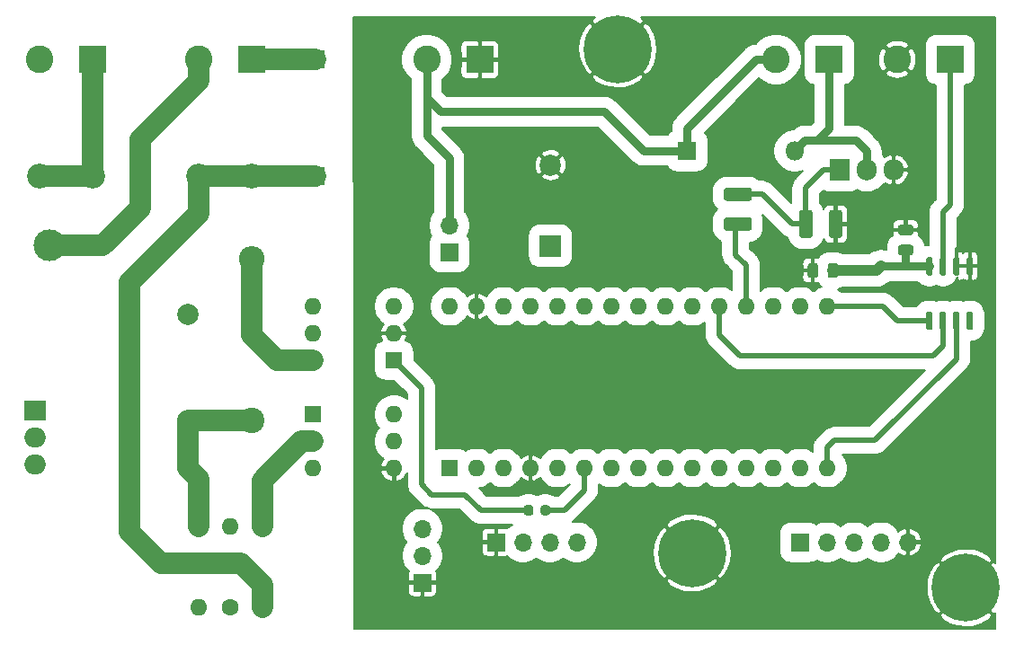
<source format=gbr>
G04 #@! TF.GenerationSoftware,KiCad,Pcbnew,(5.1.12)-1*
G04 #@! TF.CreationDate,2022-01-17T10:13:42+01:00*
G04 #@! TF.ProjectId,arduino_nano_reflow_TRIAC_v1_0,61726475-696e-46f5-9f6e-616e6f5f7265,1.0*
G04 #@! TF.SameCoordinates,Original*
G04 #@! TF.FileFunction,Copper,L1,Top*
G04 #@! TF.FilePolarity,Positive*
%FSLAX46Y46*%
G04 Gerber Fmt 4.6, Leading zero omitted, Abs format (unit mm)*
G04 Created by KiCad (PCBNEW (5.1.12)-1) date 2022-01-17 10:13:42*
%MOMM*%
%LPD*%
G01*
G04 APERTURE LIST*
G04 #@! TA.AperFunction,ComponentPad*
%ADD10R,1.700000X1.700000*%
G04 #@! TD*
G04 #@! TA.AperFunction,ComponentPad*
%ADD11C,6.400000*%
G04 #@! TD*
G04 #@! TA.AperFunction,ComponentPad*
%ADD12O,1.800000X1.800000*%
G04 #@! TD*
G04 #@! TA.AperFunction,ComponentPad*
%ADD13R,1.800000X1.800000*%
G04 #@! TD*
G04 #@! TA.AperFunction,ComponentPad*
%ADD14O,2.400000X2.400000*%
G04 #@! TD*
G04 #@! TA.AperFunction,ComponentPad*
%ADD15C,2.400000*%
G04 #@! TD*
G04 #@! TA.AperFunction,ComponentPad*
%ADD16C,2.000000*%
G04 #@! TD*
G04 #@! TA.AperFunction,ComponentPad*
%ADD17C,2.600000*%
G04 #@! TD*
G04 #@! TA.AperFunction,ComponentPad*
%ADD18R,2.600000X2.600000*%
G04 #@! TD*
G04 #@! TA.AperFunction,ComponentPad*
%ADD19O,1.700000X1.700000*%
G04 #@! TD*
G04 #@! TA.AperFunction,ComponentPad*
%ADD20O,1.600000X1.600000*%
G04 #@! TD*
G04 #@! TA.AperFunction,ComponentPad*
%ADD21R,1.600000X1.600000*%
G04 #@! TD*
G04 #@! TA.AperFunction,ComponentPad*
%ADD22C,1.600000*%
G04 #@! TD*
G04 #@! TA.AperFunction,ComponentPad*
%ADD23O,2.000000X1.905000*%
G04 #@! TD*
G04 #@! TA.AperFunction,ComponentPad*
%ADD24R,2.000000X1.905000*%
G04 #@! TD*
G04 #@! TA.AperFunction,ComponentPad*
%ADD25O,1.905000X2.000000*%
G04 #@! TD*
G04 #@! TA.AperFunction,ComponentPad*
%ADD26R,1.905000X2.000000*%
G04 #@! TD*
G04 #@! TA.AperFunction,ComponentPad*
%ADD27R,2.000000X2.000000*%
G04 #@! TD*
G04 #@! TA.AperFunction,ComponentPad*
%ADD28C,2.350000*%
G04 #@! TD*
G04 #@! TA.AperFunction,ViaPad*
%ADD29C,0.600000*%
G04 #@! TD*
G04 #@! TA.AperFunction,ViaPad*
%ADD30C,3.000000*%
G04 #@! TD*
G04 #@! TA.AperFunction,Conductor*
%ADD31C,0.300000*%
G04 #@! TD*
G04 #@! TA.AperFunction,Conductor*
%ADD32C,0.500000*%
G04 #@! TD*
G04 #@! TA.AperFunction,Conductor*
%ADD33C,1.000000*%
G04 #@! TD*
G04 #@! TA.AperFunction,Conductor*
%ADD34C,0.750000*%
G04 #@! TD*
G04 #@! TA.AperFunction,Conductor*
%ADD35C,2.000000*%
G04 #@! TD*
G04 #@! TA.AperFunction,Conductor*
%ADD36C,0.200000*%
G04 #@! TD*
G04 #@! TA.AperFunction,Conductor*
%ADD37C,0.100000*%
G04 #@! TD*
G04 APERTURE END LIST*
D10*
X135218820Y-74199260D03*
X135218820Y-63199260D03*
D11*
X163718820Y-62199260D03*
D12*
X180378820Y-71799260D03*
D13*
X170218820Y-71799260D03*
D14*
X129218820Y-81959260D03*
D15*
X129218820Y-97199260D03*
D16*
X123218820Y-97199260D03*
X123218820Y-87199260D03*
G04 #@! TA.AperFunction,SMDPad,CuDef*
G36*
G01*
X196723820Y-86939260D02*
X197023820Y-86939260D01*
G75*
G02*
X197173820Y-87089260I0J-150000D01*
G01*
X197173820Y-88539260D01*
G75*
G02*
X197023820Y-88689260I-150000J0D01*
G01*
X196723820Y-88689260D01*
G75*
G02*
X196573820Y-88539260I0J150000D01*
G01*
X196573820Y-87089260D01*
G75*
G02*
X196723820Y-86939260I150000J0D01*
G01*
G37*
G04 #@! TD.AperFunction*
G04 #@! TA.AperFunction,SMDPad,CuDef*
G36*
G01*
X195453820Y-86939260D02*
X195753820Y-86939260D01*
G75*
G02*
X195903820Y-87089260I0J-150000D01*
G01*
X195903820Y-88539260D01*
G75*
G02*
X195753820Y-88689260I-150000J0D01*
G01*
X195453820Y-88689260D01*
G75*
G02*
X195303820Y-88539260I0J150000D01*
G01*
X195303820Y-87089260D01*
G75*
G02*
X195453820Y-86939260I150000J0D01*
G01*
G37*
G04 #@! TD.AperFunction*
G04 #@! TA.AperFunction,SMDPad,CuDef*
G36*
G01*
X194183820Y-86939260D02*
X194483820Y-86939260D01*
G75*
G02*
X194633820Y-87089260I0J-150000D01*
G01*
X194633820Y-88539260D01*
G75*
G02*
X194483820Y-88689260I-150000J0D01*
G01*
X194183820Y-88689260D01*
G75*
G02*
X194033820Y-88539260I0J150000D01*
G01*
X194033820Y-87089260D01*
G75*
G02*
X194183820Y-86939260I150000J0D01*
G01*
G37*
G04 #@! TD.AperFunction*
G04 #@! TA.AperFunction,SMDPad,CuDef*
G36*
G01*
X192913820Y-86939260D02*
X193213820Y-86939260D01*
G75*
G02*
X193363820Y-87089260I0J-150000D01*
G01*
X193363820Y-88539260D01*
G75*
G02*
X193213820Y-88689260I-150000J0D01*
G01*
X192913820Y-88689260D01*
G75*
G02*
X192763820Y-88539260I0J150000D01*
G01*
X192763820Y-87089260D01*
G75*
G02*
X192913820Y-86939260I150000J0D01*
G01*
G37*
G04 #@! TD.AperFunction*
G04 #@! TA.AperFunction,SMDPad,CuDef*
G36*
G01*
X192913820Y-81789260D02*
X193213820Y-81789260D01*
G75*
G02*
X193363820Y-81939260I0J-150000D01*
G01*
X193363820Y-83389260D01*
G75*
G02*
X193213820Y-83539260I-150000J0D01*
G01*
X192913820Y-83539260D01*
G75*
G02*
X192763820Y-83389260I0J150000D01*
G01*
X192763820Y-81939260D01*
G75*
G02*
X192913820Y-81789260I150000J0D01*
G01*
G37*
G04 #@! TD.AperFunction*
G04 #@! TA.AperFunction,SMDPad,CuDef*
G36*
G01*
X194183820Y-81789260D02*
X194483820Y-81789260D01*
G75*
G02*
X194633820Y-81939260I0J-150000D01*
G01*
X194633820Y-83389260D01*
G75*
G02*
X194483820Y-83539260I-150000J0D01*
G01*
X194183820Y-83539260D01*
G75*
G02*
X194033820Y-83389260I0J150000D01*
G01*
X194033820Y-81939260D01*
G75*
G02*
X194183820Y-81789260I150000J0D01*
G01*
G37*
G04 #@! TD.AperFunction*
G04 #@! TA.AperFunction,SMDPad,CuDef*
G36*
G01*
X195453820Y-81789260D02*
X195753820Y-81789260D01*
G75*
G02*
X195903820Y-81939260I0J-150000D01*
G01*
X195903820Y-83389260D01*
G75*
G02*
X195753820Y-83539260I-150000J0D01*
G01*
X195453820Y-83539260D01*
G75*
G02*
X195303820Y-83389260I0J150000D01*
G01*
X195303820Y-81939260D01*
G75*
G02*
X195453820Y-81789260I150000J0D01*
G01*
G37*
G04 #@! TD.AperFunction*
G04 #@! TA.AperFunction,SMDPad,CuDef*
G36*
G01*
X196723820Y-81789260D02*
X197023820Y-81789260D01*
G75*
G02*
X197173820Y-81939260I0J-150000D01*
G01*
X197173820Y-83389260D01*
G75*
G02*
X197023820Y-83539260I-150000J0D01*
G01*
X196723820Y-83539260D01*
G75*
G02*
X196573820Y-83389260I0J150000D01*
G01*
X196573820Y-81939260D01*
G75*
G02*
X196723820Y-81789260I150000J0D01*
G01*
G37*
G04 #@! TD.AperFunction*
D17*
X190018820Y-63199260D03*
D18*
X195018820Y-63199260D03*
G04 #@! TA.AperFunction,SMDPad,CuDef*
G36*
G01*
X190343820Y-80649260D02*
X191293820Y-80649260D01*
G75*
G02*
X191543820Y-80899260I0J-250000D01*
G01*
X191543820Y-81399260D01*
G75*
G02*
X191293820Y-81649260I-250000J0D01*
G01*
X190343820Y-81649260D01*
G75*
G02*
X190093820Y-81399260I0J250000D01*
G01*
X190093820Y-80899260D01*
G75*
G02*
X190343820Y-80649260I250000J0D01*
G01*
G37*
G04 #@! TD.AperFunction*
G04 #@! TA.AperFunction,SMDPad,CuDef*
G36*
G01*
X190343820Y-78749260D02*
X191293820Y-78749260D01*
G75*
G02*
X191543820Y-78999260I0J-250000D01*
G01*
X191543820Y-79499260D01*
G75*
G02*
X191293820Y-79749260I-250000J0D01*
G01*
X190343820Y-79749260D01*
G75*
G02*
X190093820Y-79499260I0J250000D01*
G01*
X190093820Y-78999260D01*
G75*
G02*
X190343820Y-78749260I250000J0D01*
G01*
G37*
G04 #@! TD.AperFunction*
D19*
X159858820Y-108690000D03*
X157318820Y-108690000D03*
X154778820Y-108690000D03*
D10*
X152238820Y-108690000D03*
D17*
X178618820Y-63199260D03*
D18*
X183618820Y-63199260D03*
D20*
X183428820Y-86459260D03*
X183428820Y-101699260D03*
X147868820Y-86459260D03*
X180888820Y-101699260D03*
X150408820Y-86459260D03*
X178348820Y-101699260D03*
X152948820Y-86459260D03*
X175808820Y-101699260D03*
X155488820Y-86459260D03*
X173268820Y-101699260D03*
X158028820Y-86459260D03*
X170728820Y-101699260D03*
X160568820Y-86459260D03*
X168188820Y-101699260D03*
X163108820Y-86459260D03*
X165648820Y-101699260D03*
X165648820Y-86459260D03*
X163108820Y-101699260D03*
X168188820Y-86459260D03*
X160568820Y-101699260D03*
X170728820Y-86459260D03*
X158028820Y-101699260D03*
X173268820Y-86459260D03*
X155488820Y-101699260D03*
X175808820Y-86459260D03*
X152948820Y-101699260D03*
X178348820Y-86459260D03*
X150408820Y-101699260D03*
X180888820Y-86459260D03*
D21*
X147868820Y-101699260D03*
D20*
X124218820Y-114819260D03*
D22*
X124218820Y-107199260D03*
D20*
X134998820Y-91545000D03*
X142618820Y-86465000D03*
X134998820Y-89005000D03*
X142618820Y-89005000D03*
X134998820Y-86465000D03*
D21*
X142618820Y-91545000D03*
D20*
X142638820Y-96649260D03*
X135018820Y-101729260D03*
X142638820Y-99189260D03*
X135018820Y-99189260D03*
X142638820Y-101729260D03*
D21*
X135018820Y-96649260D03*
D23*
X108823820Y-101339260D03*
X108823820Y-98799260D03*
D24*
X108823820Y-96259260D03*
G04 #@! TA.AperFunction,SMDPad,CuDef*
G36*
G01*
X156443820Y-105930510D02*
X156443820Y-105418010D01*
G75*
G02*
X156662570Y-105199260I218750J0D01*
G01*
X157100070Y-105199260D01*
G75*
G02*
X157318820Y-105418010I0J-218750D01*
G01*
X157318820Y-105930510D01*
G75*
G02*
X157100070Y-106149260I-218750J0D01*
G01*
X156662570Y-106149260D01*
G75*
G02*
X156443820Y-105930510I0J218750D01*
G01*
G37*
G04 #@! TD.AperFunction*
G04 #@! TA.AperFunction,SMDPad,CuDef*
G36*
G01*
X154868820Y-105930510D02*
X154868820Y-105418010D01*
G75*
G02*
X155087570Y-105199260I218750J0D01*
G01*
X155525070Y-105199260D01*
G75*
G02*
X155743820Y-105418010I0J-218750D01*
G01*
X155743820Y-105930510D01*
G75*
G02*
X155525070Y-106149260I-218750J0D01*
G01*
X155087570Y-106149260D01*
G75*
G02*
X154868820Y-105930510I0J218750D01*
G01*
G37*
G04 #@! TD.AperFunction*
D11*
X170718820Y-109699260D03*
X196493140Y-112990980D03*
D25*
X189698820Y-73599260D03*
X187158820Y-73599260D03*
D26*
X184618820Y-73599260D03*
D20*
X127218820Y-107199260D03*
D22*
X127218820Y-114819260D03*
D20*
X130218820Y-107199260D03*
D22*
X130218820Y-114819260D03*
D16*
X157370000Y-73150000D03*
D27*
X157370000Y-80750000D03*
G04 #@! TA.AperFunction,SMDPad,CuDef*
G36*
G01*
X183468820Y-83530510D02*
X183468820Y-82618010D01*
G75*
G02*
X183712570Y-82374260I243750J0D01*
G01*
X184200070Y-82374260D01*
G75*
G02*
X184443820Y-82618010I0J-243750D01*
G01*
X184443820Y-83530510D01*
G75*
G02*
X184200070Y-83774260I-243750J0D01*
G01*
X183712570Y-83774260D01*
G75*
G02*
X183468820Y-83530510I0J243750D01*
G01*
G37*
G04 #@! TD.AperFunction*
G04 #@! TA.AperFunction,SMDPad,CuDef*
G36*
G01*
X181593820Y-83530510D02*
X181593820Y-82618010D01*
G75*
G02*
X181837570Y-82374260I243750J0D01*
G01*
X182325070Y-82374260D01*
G75*
G02*
X182568820Y-82618010I0J-243750D01*
G01*
X182568820Y-83530510D01*
G75*
G02*
X182325070Y-83774260I-243750J0D01*
G01*
X181837570Y-83774260D01*
G75*
G02*
X181593820Y-83530510I0J243750D01*
G01*
G37*
G04 #@! TD.AperFunction*
G04 #@! TA.AperFunction,SMDPad,CuDef*
G36*
G01*
X176093820Y-76524260D02*
X173943820Y-76524260D01*
G75*
G02*
X173693820Y-76274260I0J250000D01*
G01*
X173693820Y-75524260D01*
G75*
G02*
X173943820Y-75274260I250000J0D01*
G01*
X176093820Y-75274260D01*
G75*
G02*
X176343820Y-75524260I0J-250000D01*
G01*
X176343820Y-76274260D01*
G75*
G02*
X176093820Y-76524260I-250000J0D01*
G01*
G37*
G04 #@! TD.AperFunction*
G04 #@! TA.AperFunction,SMDPad,CuDef*
G36*
G01*
X176093820Y-79324260D02*
X173943820Y-79324260D01*
G75*
G02*
X173693820Y-79074260I0J250000D01*
G01*
X173693820Y-78324260D01*
G75*
G02*
X173943820Y-78074260I250000J0D01*
G01*
X176093820Y-78074260D01*
G75*
G02*
X176343820Y-78324260I0J-250000D01*
G01*
X176343820Y-79074260D01*
G75*
G02*
X176093820Y-79324260I-250000J0D01*
G01*
G37*
G04 #@! TD.AperFunction*
G04 #@! TA.AperFunction,SMDPad,CuDef*
G36*
G01*
X182043820Y-77624260D02*
X182043820Y-79774260D01*
G75*
G02*
X181793820Y-80024260I-250000J0D01*
G01*
X181043820Y-80024260D01*
G75*
G02*
X180793820Y-79774260I0J250000D01*
G01*
X180793820Y-77624260D01*
G75*
G02*
X181043820Y-77374260I250000J0D01*
G01*
X181793820Y-77374260D01*
G75*
G02*
X182043820Y-77624260I0J-250000D01*
G01*
G37*
G04 #@! TD.AperFunction*
G04 #@! TA.AperFunction,SMDPad,CuDef*
G36*
G01*
X184843820Y-77624260D02*
X184843820Y-79774260D01*
G75*
G02*
X184593820Y-80024260I-250000J0D01*
G01*
X183843820Y-80024260D01*
G75*
G02*
X183593820Y-79774260I0J250000D01*
G01*
X183593820Y-77624260D01*
G75*
G02*
X183843820Y-77374260I250000J0D01*
G01*
X184593820Y-77374260D01*
G75*
G02*
X184843820Y-77624260I0J-250000D01*
G01*
G37*
G04 #@! TD.AperFunction*
D19*
X191025000Y-108690000D03*
X188485000Y-108690000D03*
X185945000Y-108690000D03*
X183405000Y-108690000D03*
D10*
X180865000Y-108690000D03*
D17*
X124218820Y-63199260D03*
D18*
X129218820Y-63199260D03*
D17*
X109218820Y-63199260D03*
D18*
X114218820Y-63199260D03*
D17*
X145718820Y-63199260D03*
D18*
X150718820Y-63199260D03*
D10*
X147845000Y-81385000D03*
D19*
X147845000Y-78845000D03*
D10*
X145305000Y-112500000D03*
D19*
X145305000Y-109960000D03*
X145305000Y-107420000D03*
D28*
X124218820Y-74199260D03*
X129218820Y-74199260D03*
X114218820Y-74199260D03*
X109218820Y-74199260D03*
D29*
X188485000Y-82655000D03*
D30*
X110218820Y-80699260D03*
D31*
X195603820Y-82664260D02*
X195603820Y-81014260D01*
X195603820Y-81014260D02*
X195918820Y-80699260D01*
X195918820Y-80699260D02*
X196618820Y-80699260D01*
X196873820Y-80954260D02*
X196873820Y-82664260D01*
X196618820Y-80699260D02*
X196873820Y-80954260D01*
D32*
X195603820Y-87814260D02*
X195603820Y-91414260D01*
X195603820Y-91414260D02*
X187918820Y-99099260D01*
X187918820Y-99099260D02*
X184118820Y-99099260D01*
X183428820Y-99789260D02*
X183428820Y-101699260D01*
X184118820Y-99099260D02*
X183428820Y-99789260D01*
D33*
X188065740Y-83074260D02*
X188485000Y-82655000D01*
X183956320Y-83074260D02*
X188065740Y-83074260D01*
D34*
X193054560Y-82655000D02*
X193063820Y-82664260D01*
X190818820Y-82599260D02*
X190874560Y-82655000D01*
X190818820Y-81149260D02*
X190818820Y-82599260D01*
X190874560Y-82655000D02*
X193054560Y-82655000D01*
X188485000Y-82655000D02*
X190874560Y-82655000D01*
X147845000Y-78845000D02*
X147845000Y-72525440D01*
X147845000Y-72525440D02*
X145718820Y-70399260D01*
X166118820Y-71799260D02*
X162418820Y-68099260D01*
X147018820Y-68099260D02*
X145718820Y-66799260D01*
X162418820Y-68099260D02*
X147018820Y-68099260D01*
X145718820Y-70399260D02*
X145718820Y-66799260D01*
X145718820Y-66799260D02*
X145718820Y-63199260D01*
X166118820Y-71799260D02*
X170218820Y-71799260D01*
X170218820Y-71799260D02*
X170218820Y-69699260D01*
X176718820Y-63199260D02*
X178618820Y-63199260D01*
X170218820Y-69699260D02*
X176718820Y-63199260D01*
D32*
X194333820Y-87814260D02*
X194333820Y-90184260D01*
X194333820Y-90184260D02*
X193418820Y-91099260D01*
X193418820Y-91099260D02*
X175218820Y-91099260D01*
X173268820Y-89149260D02*
X173268820Y-86459260D01*
X175218820Y-91099260D02*
X173268820Y-89149260D01*
X183428820Y-86459260D02*
X188678820Y-86459260D01*
X190033820Y-87814260D02*
X193063820Y-87814260D01*
X188678820Y-86459260D02*
X190033820Y-87814260D01*
X175785000Y-86465000D02*
X175785000Y-82565440D01*
X174818820Y-81599260D02*
X174818820Y-78349260D01*
X175785000Y-82565440D02*
X174818820Y-81599260D01*
D34*
X187158820Y-71849260D02*
X186108820Y-70799260D01*
X187158820Y-73599260D02*
X187158820Y-71849260D01*
X181298820Y-70799260D02*
X180298820Y-71799260D01*
X186108820Y-70799260D02*
X182518820Y-70799260D01*
X183618820Y-69699260D02*
X182518820Y-70799260D01*
X183618820Y-63199260D02*
X183618820Y-69699260D01*
X182518820Y-70799260D02*
X181298820Y-70799260D01*
D35*
X131564560Y-91545000D02*
X134998820Y-91545000D01*
X129218820Y-89199260D02*
X131564560Y-91545000D01*
X129218820Y-81959260D02*
X129218820Y-89199260D01*
D32*
X156881320Y-105674260D02*
X158668820Y-105674260D01*
X160568820Y-103774260D02*
X160568820Y-101699260D01*
X158668820Y-105674260D02*
X160568820Y-103774260D01*
D35*
X129218820Y-97199260D02*
X123218820Y-97199260D01*
X123218820Y-97199260D02*
X123218820Y-101699260D01*
X124218820Y-102699260D02*
X124218820Y-107199260D01*
X123218820Y-101699260D02*
X124218820Y-102699260D01*
X130218820Y-107199260D02*
X130218820Y-102857890D01*
X133887450Y-99189260D02*
X135018820Y-99189260D01*
X130218820Y-102857890D02*
X133887450Y-99189260D01*
D32*
X145218820Y-94145000D02*
X142618820Y-91545000D01*
X145218820Y-103249260D02*
X145218820Y-94145000D01*
X149318820Y-104199260D02*
X146168820Y-104199260D01*
X146168820Y-104199260D02*
X145218820Y-103249260D01*
X150793820Y-105674260D02*
X149318820Y-104199260D01*
X155306320Y-105674260D02*
X150793820Y-105674260D01*
D35*
X110218820Y-80699260D02*
X110218820Y-80699260D01*
X115218820Y-80699260D02*
X110218820Y-80699260D01*
X118718820Y-77199260D02*
X115218820Y-80699260D01*
X118718820Y-70699260D02*
X118718820Y-77199260D01*
X124218820Y-65199260D02*
X118718820Y-70699260D01*
X124218820Y-63199260D02*
X124218820Y-65199260D01*
D32*
X183118820Y-73599260D02*
X184618820Y-73599260D01*
X181418820Y-75299260D02*
X183118820Y-73599260D01*
X181418820Y-78699260D02*
X181418820Y-75299260D01*
X180118820Y-78699260D02*
X181418820Y-78699260D01*
X177318820Y-75899260D02*
X180118820Y-78699260D01*
X175018820Y-75899260D02*
X177318820Y-75899260D01*
D35*
X129218820Y-74199260D02*
X124218820Y-74199260D01*
X130218820Y-114819260D02*
X130218820Y-112699260D01*
X130218820Y-112699260D02*
X128218820Y-110699260D01*
X128218820Y-110699260D02*
X120718820Y-110699260D01*
X120718820Y-110699260D02*
X117718820Y-107699260D01*
X117718820Y-107699260D02*
X117718820Y-84199260D01*
X124218820Y-77699260D02*
X124218820Y-74199260D01*
X117718820Y-84199260D02*
X124218820Y-77699260D01*
X135218820Y-74199260D02*
X129218820Y-74199260D01*
X109218820Y-74199260D02*
X114218820Y-74199260D01*
X114218820Y-63199260D02*
X114218820Y-74199260D01*
D32*
X195018820Y-63199260D02*
X195018820Y-76899260D01*
X194333820Y-77584260D02*
X194333820Y-82664260D01*
X195018820Y-76899260D02*
X194333820Y-77584260D01*
D35*
X129218820Y-63199260D02*
X135218820Y-63199260D01*
D36*
X161249949Y-59588968D02*
X163718820Y-62057839D01*
X166187691Y-59588968D01*
X165854979Y-59174260D01*
X199243821Y-59174260D01*
X199243820Y-110634740D01*
X199103432Y-110522109D01*
X196634561Y-112990980D01*
X199103432Y-115459851D01*
X199243820Y-115347220D01*
X199243820Y-116824714D01*
X198501429Y-116825000D01*
X138919885Y-116825000D01*
X138916958Y-115601272D01*
X194024269Y-115601272D01*
X194389504Y-116056518D01*
X195027982Y-116408013D01*
X195722764Y-116628194D01*
X196447152Y-116708599D01*
X197173307Y-116646137D01*
X197873323Y-116443211D01*
X198520301Y-116107617D01*
X198596776Y-116056518D01*
X198962011Y-115601272D01*
X196493140Y-113132401D01*
X194024269Y-115601272D01*
X138916958Y-115601272D01*
X138911571Y-113350000D01*
X143952581Y-113350000D01*
X143962235Y-113448017D01*
X143990825Y-113542267D01*
X144037254Y-113629129D01*
X144099736Y-113705264D01*
X144175871Y-113767746D01*
X144262733Y-113814175D01*
X144356983Y-113842765D01*
X144455000Y-113852419D01*
X145080000Y-113850000D01*
X145205000Y-113725000D01*
X145205000Y-112600000D01*
X145405000Y-112600000D01*
X145405000Y-113725000D01*
X145530000Y-113850000D01*
X146155000Y-113852419D01*
X146253017Y-113842765D01*
X146347267Y-113814175D01*
X146434129Y-113767746D01*
X146510264Y-113705264D01*
X146572746Y-113629129D01*
X146619175Y-113542267D01*
X146647765Y-113448017D01*
X146657419Y-113350000D01*
X146655000Y-112725000D01*
X146530000Y-112600000D01*
X145405000Y-112600000D01*
X145205000Y-112600000D01*
X144080000Y-112600000D01*
X143955000Y-112725000D01*
X143952581Y-113350000D01*
X138911571Y-113350000D01*
X138896923Y-107227942D01*
X143355000Y-107227942D01*
X143355000Y-107612058D01*
X143429938Y-107988794D01*
X143576933Y-108343671D01*
X143790336Y-108663052D01*
X143817284Y-108690000D01*
X143790336Y-108716948D01*
X143576933Y-109036329D01*
X143429938Y-109391206D01*
X143355000Y-109767942D01*
X143355000Y-110152058D01*
X143429938Y-110528794D01*
X143576933Y-110883671D01*
X143790336Y-111203052D01*
X144009702Y-111422418D01*
X143990825Y-111457733D01*
X143962235Y-111551983D01*
X143952581Y-111650000D01*
X143955000Y-112275000D01*
X144080000Y-112400000D01*
X145205000Y-112400000D01*
X145205000Y-112380000D01*
X145405000Y-112380000D01*
X145405000Y-112400000D01*
X146530000Y-112400000D01*
X146620448Y-112309552D01*
X168249949Y-112309552D01*
X168615184Y-112764798D01*
X169253662Y-113116293D01*
X169948444Y-113336474D01*
X170672832Y-113416879D01*
X171398987Y-113354417D01*
X172099003Y-113151491D01*
X172497104Y-112944992D01*
X192775521Y-112944992D01*
X192837983Y-113671147D01*
X193040909Y-114371163D01*
X193376503Y-115018141D01*
X193427602Y-115094616D01*
X193882848Y-115459851D01*
X196351719Y-112990980D01*
X193882848Y-110522109D01*
X193427602Y-110887344D01*
X193076107Y-111525822D01*
X192855926Y-112220604D01*
X192775521Y-112944992D01*
X172497104Y-112944992D01*
X172745981Y-112815897D01*
X172822456Y-112764798D01*
X173187691Y-112309552D01*
X170718820Y-109840681D01*
X168249949Y-112309552D01*
X146620448Y-112309552D01*
X146655000Y-112275000D01*
X146657419Y-111650000D01*
X146647765Y-111551983D01*
X146619175Y-111457733D01*
X146600298Y-111422418D01*
X146819664Y-111203052D01*
X147033067Y-110883671D01*
X147180062Y-110528794D01*
X147255000Y-110152058D01*
X147255000Y-109767942D01*
X147209660Y-109540000D01*
X150886401Y-109540000D01*
X150896055Y-109638017D01*
X150924645Y-109732267D01*
X150971074Y-109819129D01*
X151033556Y-109895264D01*
X151109691Y-109957746D01*
X151196553Y-110004175D01*
X151290803Y-110032765D01*
X151388820Y-110042419D01*
X152013820Y-110040000D01*
X152138820Y-109915000D01*
X152138820Y-108790000D01*
X151013820Y-108790000D01*
X150888820Y-108915000D01*
X150886401Y-109540000D01*
X147209660Y-109540000D01*
X147180062Y-109391206D01*
X147033067Y-109036329D01*
X146819664Y-108716948D01*
X146792716Y-108690000D01*
X146819664Y-108663052D01*
X147033067Y-108343671D01*
X147180062Y-107988794D01*
X147209659Y-107840000D01*
X150886401Y-107840000D01*
X150888820Y-108465000D01*
X151013820Y-108590000D01*
X152138820Y-108590000D01*
X152138820Y-107465000D01*
X152013820Y-107340000D01*
X151388820Y-107337581D01*
X151290803Y-107347235D01*
X151196553Y-107375825D01*
X151109691Y-107422254D01*
X151033556Y-107484736D01*
X150971074Y-107560871D01*
X150924645Y-107647733D01*
X150896055Y-107741983D01*
X150886401Y-107840000D01*
X147209659Y-107840000D01*
X147255000Y-107612058D01*
X147255000Y-107227942D01*
X147180062Y-106851206D01*
X147033067Y-106496329D01*
X146819664Y-106176948D01*
X146548052Y-105905336D01*
X146228671Y-105691933D01*
X145873794Y-105544938D01*
X145497058Y-105470000D01*
X145112942Y-105470000D01*
X144736206Y-105544938D01*
X144381329Y-105691933D01*
X144061948Y-105905336D01*
X143790336Y-106176948D01*
X143576933Y-106496329D01*
X143429938Y-106851206D01*
X143355000Y-107227942D01*
X138896923Y-107227942D01*
X138884487Y-102030791D01*
X141374273Y-102030791D01*
X141419862Y-102181092D01*
X141531432Y-102410217D01*
X141685558Y-102613173D01*
X141876318Y-102782161D01*
X142096380Y-102910687D01*
X142337288Y-102993811D01*
X142538820Y-102900412D01*
X142538820Y-101829260D01*
X141468083Y-101829260D01*
X141374273Y-102030791D01*
X138884487Y-102030791D01*
X138857482Y-90745000D01*
X140713498Y-90745000D01*
X140713498Y-92345000D01*
X140734736Y-92560638D01*
X140797636Y-92767988D01*
X140899778Y-92959084D01*
X141037239Y-93126581D01*
X141204736Y-93264042D01*
X141395832Y-93366184D01*
X141603182Y-93429084D01*
X141818820Y-93450322D01*
X142614954Y-93450322D01*
X143868821Y-94704189D01*
X143868821Y-95192256D01*
X143849999Y-95173434D01*
X143538807Y-94965502D01*
X143193029Y-94822276D01*
X142825954Y-94749260D01*
X142451686Y-94749260D01*
X142084611Y-94822276D01*
X141738833Y-94965502D01*
X141427641Y-95173434D01*
X141162994Y-95438081D01*
X140955062Y-95749273D01*
X140811836Y-96095051D01*
X140738820Y-96462126D01*
X140738820Y-96836394D01*
X140811836Y-97203469D01*
X140955062Y-97549247D01*
X141162994Y-97860439D01*
X141221815Y-97919260D01*
X141162994Y-97978081D01*
X140955062Y-98289273D01*
X140811836Y-98635051D01*
X140738820Y-99002126D01*
X140738820Y-99376394D01*
X140811836Y-99743469D01*
X140955062Y-100089247D01*
X141162994Y-100400439D01*
X141427641Y-100665086D01*
X141690658Y-100840829D01*
X141685558Y-100845347D01*
X141531432Y-101048303D01*
X141419862Y-101277428D01*
X141374273Y-101427729D01*
X141468083Y-101629260D01*
X142538820Y-101629260D01*
X142538820Y-101609260D01*
X142738820Y-101609260D01*
X142738820Y-101629260D01*
X142758820Y-101629260D01*
X142758820Y-101829260D01*
X142738820Y-101829260D01*
X142738820Y-102900412D01*
X142940352Y-102993811D01*
X143181260Y-102910687D01*
X143401322Y-102782161D01*
X143592082Y-102613173D01*
X143746208Y-102410217D01*
X143857778Y-102181092D01*
X143868820Y-102144688D01*
X143868820Y-103182941D01*
X143862288Y-103249260D01*
X143868820Y-103315579D01*
X143868820Y-103315580D01*
X143888353Y-103513905D01*
X143965548Y-103768381D01*
X144004139Y-103840580D01*
X144090905Y-104002909D01*
X144217330Y-104156958D01*
X144217333Y-104156961D01*
X144259607Y-104208472D01*
X144311119Y-104250747D01*
X145167333Y-105106962D01*
X145209607Y-105158473D01*
X145261118Y-105200747D01*
X145261121Y-105200750D01*
X145415170Y-105327175D01*
X145540527Y-105394179D01*
X145649698Y-105452532D01*
X145904174Y-105529727D01*
X146102499Y-105549260D01*
X146102501Y-105549260D01*
X146168820Y-105555792D01*
X146235139Y-105549260D01*
X148759632Y-105549260D01*
X149792333Y-106581962D01*
X149834607Y-106633473D01*
X149886118Y-106675747D01*
X149886121Y-106675750D01*
X150040170Y-106802175D01*
X150161020Y-106866770D01*
X150274698Y-106927532D01*
X150529174Y-107004727D01*
X150727499Y-107024260D01*
X150727500Y-107024260D01*
X150793819Y-107030792D01*
X150860138Y-107024260D01*
X153761870Y-107024260D01*
X153535768Y-107175336D01*
X153316402Y-107394702D01*
X153281087Y-107375825D01*
X153186837Y-107347235D01*
X153088820Y-107337581D01*
X152463820Y-107340000D01*
X152338820Y-107465000D01*
X152338820Y-108590000D01*
X152358820Y-108590000D01*
X152358820Y-108790000D01*
X152338820Y-108790000D01*
X152338820Y-109915000D01*
X152463820Y-110040000D01*
X153088820Y-110042419D01*
X153186837Y-110032765D01*
X153281087Y-110004175D01*
X153316402Y-109985298D01*
X153535768Y-110204664D01*
X153855149Y-110418067D01*
X154210026Y-110565062D01*
X154586762Y-110640000D01*
X154970878Y-110640000D01*
X155347614Y-110565062D01*
X155702491Y-110418067D01*
X156021872Y-110204664D01*
X156048820Y-110177716D01*
X156075768Y-110204664D01*
X156395149Y-110418067D01*
X156750026Y-110565062D01*
X157126762Y-110640000D01*
X157510878Y-110640000D01*
X157887614Y-110565062D01*
X158242491Y-110418067D01*
X158561872Y-110204664D01*
X158588820Y-110177716D01*
X158615768Y-110204664D01*
X158935149Y-110418067D01*
X159290026Y-110565062D01*
X159666762Y-110640000D01*
X160050878Y-110640000D01*
X160427614Y-110565062D01*
X160782491Y-110418067D01*
X161101872Y-110204664D01*
X161373484Y-109933052D01*
X161560426Y-109653272D01*
X167001201Y-109653272D01*
X167063663Y-110379427D01*
X167266589Y-111079443D01*
X167602183Y-111726421D01*
X167653282Y-111802896D01*
X168108528Y-112168131D01*
X170577399Y-109699260D01*
X170860241Y-109699260D01*
X173329112Y-112168131D01*
X173784358Y-111802896D01*
X174135853Y-111164418D01*
X174356034Y-110469636D01*
X174436439Y-109745248D01*
X174373977Y-109019093D01*
X174171051Y-108319077D01*
X173922549Y-107840000D01*
X178909678Y-107840000D01*
X178909678Y-109540000D01*
X178930916Y-109755638D01*
X178993816Y-109962988D01*
X179095958Y-110154084D01*
X179233419Y-110321581D01*
X179400916Y-110459042D01*
X179592012Y-110561184D01*
X179799362Y-110624084D01*
X180015000Y-110645322D01*
X181715000Y-110645322D01*
X181930638Y-110624084D01*
X182137988Y-110561184D01*
X182329084Y-110459042D01*
X182424931Y-110380383D01*
X182481329Y-110418067D01*
X182836206Y-110565062D01*
X183212942Y-110640000D01*
X183597058Y-110640000D01*
X183973794Y-110565062D01*
X184328671Y-110418067D01*
X184648052Y-110204664D01*
X184675000Y-110177716D01*
X184701948Y-110204664D01*
X185021329Y-110418067D01*
X185376206Y-110565062D01*
X185752942Y-110640000D01*
X186137058Y-110640000D01*
X186513794Y-110565062D01*
X186868671Y-110418067D01*
X187188052Y-110204664D01*
X187215000Y-110177716D01*
X187241948Y-110204664D01*
X187561329Y-110418067D01*
X187916206Y-110565062D01*
X188292942Y-110640000D01*
X188677058Y-110640000D01*
X189053794Y-110565062D01*
X189408671Y-110418067D01*
X189464612Y-110380688D01*
X194024269Y-110380688D01*
X196493140Y-112849559D01*
X198962011Y-110380688D01*
X198596776Y-109925442D01*
X197958298Y-109573947D01*
X197263516Y-109353766D01*
X196539128Y-109273361D01*
X195812973Y-109335823D01*
X195112957Y-109538749D01*
X194465979Y-109874343D01*
X194389504Y-109925442D01*
X194024269Y-110380688D01*
X189464612Y-110380688D01*
X189728052Y-110204664D01*
X189999664Y-109933052D01*
X190148152Y-109710823D01*
X190314570Y-109837954D01*
X190552175Y-109954494D01*
X190715625Y-110004072D01*
X190925000Y-109910912D01*
X190925000Y-108790000D01*
X191125000Y-108790000D01*
X191125000Y-109910912D01*
X191334375Y-110004072D01*
X191497825Y-109954494D01*
X191735430Y-109837954D01*
X191945734Y-109677298D01*
X192120655Y-109478701D01*
X192253470Y-109249795D01*
X192339076Y-108999376D01*
X192246295Y-108790000D01*
X191125000Y-108790000D01*
X190925000Y-108790000D01*
X190905000Y-108790000D01*
X190905000Y-108590000D01*
X190925000Y-108590000D01*
X190925000Y-107469088D01*
X191125000Y-107469088D01*
X191125000Y-108590000D01*
X192246295Y-108590000D01*
X192339076Y-108380624D01*
X192253470Y-108130205D01*
X192120655Y-107901299D01*
X191945734Y-107702702D01*
X191735430Y-107542046D01*
X191497825Y-107425506D01*
X191334375Y-107375928D01*
X191125000Y-107469088D01*
X190925000Y-107469088D01*
X190715625Y-107375928D01*
X190552175Y-107425506D01*
X190314570Y-107542046D01*
X190148152Y-107669177D01*
X189999664Y-107446948D01*
X189728052Y-107175336D01*
X189408671Y-106961933D01*
X189053794Y-106814938D01*
X188677058Y-106740000D01*
X188292942Y-106740000D01*
X187916206Y-106814938D01*
X187561329Y-106961933D01*
X187241948Y-107175336D01*
X187215000Y-107202284D01*
X187188052Y-107175336D01*
X186868671Y-106961933D01*
X186513794Y-106814938D01*
X186137058Y-106740000D01*
X185752942Y-106740000D01*
X185376206Y-106814938D01*
X185021329Y-106961933D01*
X184701948Y-107175336D01*
X184675000Y-107202284D01*
X184648052Y-107175336D01*
X184328671Y-106961933D01*
X183973794Y-106814938D01*
X183597058Y-106740000D01*
X183212942Y-106740000D01*
X182836206Y-106814938D01*
X182481329Y-106961933D01*
X182424931Y-106999617D01*
X182329084Y-106920958D01*
X182137988Y-106818816D01*
X181930638Y-106755916D01*
X181715000Y-106734678D01*
X180015000Y-106734678D01*
X179799362Y-106755916D01*
X179592012Y-106818816D01*
X179400916Y-106920958D01*
X179233419Y-107058419D01*
X179095958Y-107225916D01*
X178993816Y-107417012D01*
X178930916Y-107624362D01*
X178909678Y-107840000D01*
X173922549Y-107840000D01*
X173835457Y-107672099D01*
X173784358Y-107595624D01*
X173329112Y-107230389D01*
X170860241Y-109699260D01*
X170577399Y-109699260D01*
X168108528Y-107230389D01*
X167653282Y-107595624D01*
X167301787Y-108234102D01*
X167081606Y-108928884D01*
X167001201Y-109653272D01*
X161560426Y-109653272D01*
X161586887Y-109613671D01*
X161733882Y-109258794D01*
X161808820Y-108882058D01*
X161808820Y-108497942D01*
X161733882Y-108121206D01*
X161586887Y-107766329D01*
X161373484Y-107446948D01*
X161101872Y-107175336D01*
X160972613Y-107088968D01*
X168249949Y-107088968D01*
X170718820Y-109557839D01*
X173187691Y-107088968D01*
X172822456Y-106633722D01*
X172183978Y-106282227D01*
X171489196Y-106062046D01*
X170764808Y-105981641D01*
X170038653Y-106044103D01*
X169338637Y-106247029D01*
X168691659Y-106582623D01*
X168615184Y-106633722D01*
X168249949Y-107088968D01*
X160972613Y-107088968D01*
X160782491Y-106961933D01*
X160427614Y-106814938D01*
X160050878Y-106740000D01*
X159666762Y-106740000D01*
X159444313Y-106784248D01*
X159628033Y-106633473D01*
X159670311Y-106581957D01*
X161476521Y-104775747D01*
X161528032Y-104733473D01*
X161632818Y-104605792D01*
X161696735Y-104527910D01*
X161822091Y-104293383D01*
X161822092Y-104293382D01*
X161899287Y-104038906D01*
X161918820Y-103840581D01*
X161918820Y-103840579D01*
X161925352Y-103774260D01*
X161918820Y-103707941D01*
X161918820Y-103189237D01*
X162208833Y-103383018D01*
X162554611Y-103526244D01*
X162921686Y-103599260D01*
X163295954Y-103599260D01*
X163663029Y-103526244D01*
X164008807Y-103383018D01*
X164319999Y-103175086D01*
X164378820Y-103116265D01*
X164437641Y-103175086D01*
X164748833Y-103383018D01*
X165094611Y-103526244D01*
X165461686Y-103599260D01*
X165835954Y-103599260D01*
X166203029Y-103526244D01*
X166548807Y-103383018D01*
X166859999Y-103175086D01*
X166918820Y-103116265D01*
X166977641Y-103175086D01*
X167288833Y-103383018D01*
X167634611Y-103526244D01*
X168001686Y-103599260D01*
X168375954Y-103599260D01*
X168743029Y-103526244D01*
X169088807Y-103383018D01*
X169399999Y-103175086D01*
X169458820Y-103116265D01*
X169517641Y-103175086D01*
X169828833Y-103383018D01*
X170174611Y-103526244D01*
X170541686Y-103599260D01*
X170915954Y-103599260D01*
X171283029Y-103526244D01*
X171628807Y-103383018D01*
X171939999Y-103175086D01*
X171998820Y-103116265D01*
X172057641Y-103175086D01*
X172368833Y-103383018D01*
X172714611Y-103526244D01*
X173081686Y-103599260D01*
X173455954Y-103599260D01*
X173823029Y-103526244D01*
X174168807Y-103383018D01*
X174479999Y-103175086D01*
X174538820Y-103116265D01*
X174597641Y-103175086D01*
X174908833Y-103383018D01*
X175254611Y-103526244D01*
X175621686Y-103599260D01*
X175995954Y-103599260D01*
X176363029Y-103526244D01*
X176708807Y-103383018D01*
X177019999Y-103175086D01*
X177078820Y-103116265D01*
X177137641Y-103175086D01*
X177448833Y-103383018D01*
X177794611Y-103526244D01*
X178161686Y-103599260D01*
X178535954Y-103599260D01*
X178903029Y-103526244D01*
X179248807Y-103383018D01*
X179559999Y-103175086D01*
X179618820Y-103116265D01*
X179677641Y-103175086D01*
X179988833Y-103383018D01*
X180334611Y-103526244D01*
X180701686Y-103599260D01*
X181075954Y-103599260D01*
X181443029Y-103526244D01*
X181788807Y-103383018D01*
X182099999Y-103175086D01*
X182158820Y-103116265D01*
X182217641Y-103175086D01*
X182528833Y-103383018D01*
X182874611Y-103526244D01*
X183241686Y-103599260D01*
X183615954Y-103599260D01*
X183983029Y-103526244D01*
X184328807Y-103383018D01*
X184639999Y-103175086D01*
X184904646Y-102910439D01*
X185112578Y-102599247D01*
X185255804Y-102253469D01*
X185328820Y-101886394D01*
X185328820Y-101512126D01*
X185255804Y-101145051D01*
X185112578Y-100799273D01*
X184904646Y-100488081D01*
X184865825Y-100449260D01*
X187852501Y-100449260D01*
X187918820Y-100455792D01*
X187985139Y-100449260D01*
X187985141Y-100449260D01*
X188183466Y-100429727D01*
X188437942Y-100352532D01*
X188672469Y-100227175D01*
X188878033Y-100058473D01*
X188920311Y-100006957D01*
X196511522Y-92415747D01*
X196563033Y-92373473D01*
X196605307Y-92321962D01*
X196605310Y-92321959D01*
X196731735Y-92167910D01*
X196857091Y-91933383D01*
X196857092Y-91933382D01*
X196934287Y-91678906D01*
X196953820Y-91480581D01*
X196953820Y-91480572D01*
X196960351Y-91414261D01*
X196953820Y-91347950D01*
X196953820Y-89794582D01*
X197023820Y-89794582D01*
X197268721Y-89770461D01*
X197504211Y-89699026D01*
X197721240Y-89583022D01*
X197911467Y-89426907D01*
X198067582Y-89236680D01*
X198183586Y-89019651D01*
X198255021Y-88784161D01*
X198279142Y-88539260D01*
X198279142Y-87089260D01*
X198255021Y-86844359D01*
X198183586Y-86608869D01*
X198067582Y-86391840D01*
X197911467Y-86201613D01*
X197721240Y-86045498D01*
X197504211Y-85929494D01*
X197268721Y-85858059D01*
X197023820Y-85833938D01*
X196723820Y-85833938D01*
X196478919Y-85858059D01*
X196243429Y-85929494D01*
X196238820Y-85931958D01*
X196234211Y-85929494D01*
X195998721Y-85858059D01*
X195753820Y-85833938D01*
X195453820Y-85833938D01*
X195208919Y-85858059D01*
X194973429Y-85929494D01*
X194968820Y-85931958D01*
X194964211Y-85929494D01*
X194728721Y-85858059D01*
X194483820Y-85833938D01*
X194183820Y-85833938D01*
X193938919Y-85858059D01*
X193703429Y-85929494D01*
X193698820Y-85931958D01*
X193694211Y-85929494D01*
X193458721Y-85858059D01*
X193213820Y-85833938D01*
X192913820Y-85833938D01*
X192668919Y-85858059D01*
X192433429Y-85929494D01*
X192216400Y-86045498D01*
X192026173Y-86201613D01*
X191870058Y-86391840D01*
X191831349Y-86464260D01*
X190593008Y-86464260D01*
X189680311Y-85551563D01*
X189638033Y-85500047D01*
X189432469Y-85331345D01*
X189197942Y-85205988D01*
X188943466Y-85128793D01*
X188745141Y-85109260D01*
X188745139Y-85109260D01*
X188678820Y-85102728D01*
X188612501Y-85109260D01*
X184765825Y-85109260D01*
X184639999Y-84983434D01*
X184448025Y-84855161D01*
X184463261Y-84853660D01*
X184716338Y-84776890D01*
X184908344Y-84674260D01*
X187987146Y-84674260D01*
X188065740Y-84682001D01*
X188144334Y-84674260D01*
X188144337Y-84674260D01*
X188379395Y-84651109D01*
X188680996Y-84559619D01*
X188958953Y-84411048D01*
X189202585Y-84211105D01*
X189252693Y-84150048D01*
X189272741Y-84130000D01*
X190802114Y-84130000D01*
X190874559Y-84137135D01*
X190947004Y-84130000D01*
X191905610Y-84130000D01*
X192026173Y-84276907D01*
X192216400Y-84433022D01*
X192433429Y-84549026D01*
X192668919Y-84620461D01*
X192913820Y-84644582D01*
X193213820Y-84644582D01*
X193458721Y-84620461D01*
X193694211Y-84549026D01*
X193698820Y-84546562D01*
X193703429Y-84549026D01*
X193938919Y-84620461D01*
X194183820Y-84644582D01*
X194483820Y-84644582D01*
X194728721Y-84620461D01*
X194964211Y-84549026D01*
X195181240Y-84433022D01*
X195371467Y-84276907D01*
X195527582Y-84086680D01*
X195643586Y-83869651D01*
X195703820Y-83671086D01*
X195703820Y-83914260D01*
X195828820Y-84039260D01*
X195903820Y-84041679D01*
X196001837Y-84032025D01*
X196096087Y-84003435D01*
X196182949Y-83957006D01*
X196238820Y-83911154D01*
X196294691Y-83957006D01*
X196381553Y-84003435D01*
X196475803Y-84032025D01*
X196573820Y-84041679D01*
X196648820Y-84039260D01*
X196773820Y-83914260D01*
X196773820Y-82764260D01*
X196973820Y-82764260D01*
X196973820Y-83914260D01*
X197098820Y-84039260D01*
X197173820Y-84041679D01*
X197271837Y-84032025D01*
X197366087Y-84003435D01*
X197452949Y-83957006D01*
X197529084Y-83894524D01*
X197591566Y-83818389D01*
X197637995Y-83731527D01*
X197666585Y-83637277D01*
X197676239Y-83539260D01*
X197673820Y-82889260D01*
X197548820Y-82764260D01*
X196973820Y-82764260D01*
X196773820Y-82764260D01*
X195739142Y-82764260D01*
X195739142Y-82564260D01*
X196773820Y-82564260D01*
X196773820Y-81414260D01*
X196973820Y-81414260D01*
X196973820Y-82564260D01*
X197548820Y-82564260D01*
X197673820Y-82439260D01*
X197676239Y-81789260D01*
X197666585Y-81691243D01*
X197637995Y-81596993D01*
X197591566Y-81510131D01*
X197529084Y-81433996D01*
X197452949Y-81371514D01*
X197366087Y-81325085D01*
X197271837Y-81296495D01*
X197173820Y-81286841D01*
X197098820Y-81289260D01*
X196973820Y-81414260D01*
X196773820Y-81414260D01*
X196648820Y-81289260D01*
X196573820Y-81286841D01*
X196475803Y-81296495D01*
X196381553Y-81325085D01*
X196294691Y-81371514D01*
X196238820Y-81417366D01*
X196182949Y-81371514D01*
X196096087Y-81325085D01*
X196001837Y-81296495D01*
X195903820Y-81286841D01*
X195828820Y-81289260D01*
X195703822Y-81414258D01*
X195703822Y-81289260D01*
X195683820Y-81289260D01*
X195683820Y-78143447D01*
X195926512Y-77900755D01*
X195978033Y-77858473D01*
X196146735Y-77652909D01*
X196272092Y-77418382D01*
X196349287Y-77163906D01*
X196368820Y-76965581D01*
X196368820Y-76965572D01*
X196375351Y-76899261D01*
X196368820Y-76832950D01*
X196368820Y-65599658D01*
X196534458Y-65583344D01*
X196741808Y-65520444D01*
X196932904Y-65418302D01*
X197100401Y-65280841D01*
X197237862Y-65113344D01*
X197340004Y-64922248D01*
X197402904Y-64714898D01*
X197424142Y-64499260D01*
X197424142Y-61899260D01*
X197402904Y-61683622D01*
X197340004Y-61476272D01*
X197237862Y-61285176D01*
X197100401Y-61117679D01*
X196932904Y-60980218D01*
X196741808Y-60878076D01*
X196534458Y-60815176D01*
X196318820Y-60793938D01*
X193718820Y-60793938D01*
X193503182Y-60815176D01*
X193295832Y-60878076D01*
X193104736Y-60980218D01*
X192937239Y-61117679D01*
X192799778Y-61285176D01*
X192697636Y-61476272D01*
X192634736Y-61683622D01*
X192613498Y-61899260D01*
X192613498Y-64499260D01*
X192634736Y-64714898D01*
X192697636Y-64922248D01*
X192799778Y-65113344D01*
X192937239Y-65280841D01*
X193104736Y-65418302D01*
X193295832Y-65520444D01*
X193503182Y-65583344D01*
X193668820Y-65599658D01*
X193668821Y-76340071D01*
X193426120Y-76582772D01*
X193374607Y-76625048D01*
X193332333Y-76676559D01*
X193332330Y-76676562D01*
X193205905Y-76830611D01*
X193171489Y-76895000D01*
X193080548Y-77065139D01*
X193003353Y-77319615D01*
X192990907Y-77445988D01*
X192977288Y-77584260D01*
X192983820Y-77650579D01*
X192983821Y-80683938D01*
X192913820Y-80683938D01*
X192668919Y-80708059D01*
X192631430Y-80719431D01*
X192623100Y-80634850D01*
X192545974Y-80380601D01*
X192420729Y-80146283D01*
X192252177Y-79940903D01*
X192046797Y-79772351D01*
X192044106Y-79770913D01*
X192046239Y-79749260D01*
X192043820Y-79474260D01*
X191918820Y-79349260D01*
X190918820Y-79349260D01*
X190918820Y-79369260D01*
X190718820Y-79369260D01*
X190718820Y-79349260D01*
X189718820Y-79349260D01*
X189593820Y-79474260D01*
X189591401Y-79749260D01*
X189593534Y-79770913D01*
X189590843Y-79772351D01*
X189385463Y-79940903D01*
X189216911Y-80146283D01*
X189091666Y-80380601D01*
X189014540Y-80634850D01*
X188988498Y-80899260D01*
X188988498Y-81135741D01*
X188798654Y-81078152D01*
X188484999Y-81047259D01*
X188171344Y-81078152D01*
X187869745Y-81169642D01*
X187591787Y-81318212D01*
X187409206Y-81468053D01*
X187402999Y-81474260D01*
X184908344Y-81474260D01*
X184716338Y-81371630D01*
X184463261Y-81294860D01*
X184200070Y-81268938D01*
X183712570Y-81268938D01*
X183449379Y-81294860D01*
X183196302Y-81371630D01*
X182963066Y-81496298D01*
X182758632Y-81664072D01*
X182590858Y-81868506D01*
X182588062Y-81873736D01*
X182568820Y-81871841D01*
X182306320Y-81874260D01*
X182181320Y-81999260D01*
X182181320Y-82974260D01*
X182201320Y-82974260D01*
X182201320Y-83174260D01*
X182181320Y-83174260D01*
X182181320Y-84149260D01*
X182306320Y-84274260D01*
X182568820Y-84276679D01*
X182588062Y-84274784D01*
X182590858Y-84280014D01*
X182758632Y-84484448D01*
X182926246Y-84622005D01*
X182874611Y-84632276D01*
X182528833Y-84775502D01*
X182217641Y-84983434D01*
X182158820Y-85042255D01*
X182099999Y-84983434D01*
X181788807Y-84775502D01*
X181443029Y-84632276D01*
X181075954Y-84559260D01*
X180701686Y-84559260D01*
X180334611Y-84632276D01*
X179988833Y-84775502D01*
X179677641Y-84983434D01*
X179618820Y-85042255D01*
X179559999Y-84983434D01*
X179248807Y-84775502D01*
X178903029Y-84632276D01*
X178535954Y-84559260D01*
X178161686Y-84559260D01*
X177794611Y-84632276D01*
X177448833Y-84775502D01*
X177137641Y-84983434D01*
X177135000Y-84986075D01*
X177135000Y-83774260D01*
X181091401Y-83774260D01*
X181101055Y-83872277D01*
X181129645Y-83966527D01*
X181176074Y-84053389D01*
X181238556Y-84129524D01*
X181314691Y-84192006D01*
X181401553Y-84238435D01*
X181495803Y-84267025D01*
X181593820Y-84276679D01*
X181856320Y-84274260D01*
X181981320Y-84149260D01*
X181981320Y-83174260D01*
X181218820Y-83174260D01*
X181093820Y-83299260D01*
X181091401Y-83774260D01*
X177135000Y-83774260D01*
X177135000Y-82631759D01*
X177141532Y-82565440D01*
X177122786Y-82375111D01*
X177122703Y-82374260D01*
X181091401Y-82374260D01*
X181093820Y-82849260D01*
X181218820Y-82974260D01*
X181981320Y-82974260D01*
X181981320Y-81999260D01*
X181856320Y-81874260D01*
X181593820Y-81871841D01*
X181495803Y-81881495D01*
X181401553Y-81910085D01*
X181314691Y-81956514D01*
X181238556Y-82018996D01*
X181176074Y-82095131D01*
X181129645Y-82181993D01*
X181101055Y-82276243D01*
X181091401Y-82374260D01*
X177122703Y-82374260D01*
X177115467Y-82300794D01*
X177038272Y-82046318D01*
X176979919Y-81937147D01*
X176912915Y-81811790D01*
X176786490Y-81657741D01*
X176786487Y-81657738D01*
X176744213Y-81606227D01*
X176692702Y-81563953D01*
X176168820Y-81040072D01*
X176168820Y-80422195D01*
X176358230Y-80403540D01*
X176612479Y-80326414D01*
X176846797Y-80201169D01*
X177052177Y-80032617D01*
X177220729Y-79827237D01*
X177345974Y-79592919D01*
X177423100Y-79338670D01*
X177449142Y-79074260D01*
X177449142Y-78324260D01*
X177423100Y-78059850D01*
X177359038Y-77848666D01*
X179117333Y-79606962D01*
X179159607Y-79658473D01*
X179211118Y-79700747D01*
X179211121Y-79700750D01*
X179365170Y-79827175D01*
X179402779Y-79847277D01*
X179599698Y-79952532D01*
X179709332Y-79985789D01*
X179714540Y-80038670D01*
X179791666Y-80292919D01*
X179916911Y-80527237D01*
X180085463Y-80732617D01*
X180290843Y-80901169D01*
X180525161Y-81026414D01*
X180779410Y-81103540D01*
X181043820Y-81129582D01*
X181793820Y-81129582D01*
X182058230Y-81103540D01*
X182312479Y-81026414D01*
X182546797Y-80901169D01*
X182752177Y-80732617D01*
X182920729Y-80527237D01*
X183045974Y-80292919D01*
X183100242Y-80114022D01*
X183101055Y-80122277D01*
X183129645Y-80216527D01*
X183176074Y-80303389D01*
X183238556Y-80379524D01*
X183314691Y-80442006D01*
X183401553Y-80488435D01*
X183495803Y-80517025D01*
X183593820Y-80526679D01*
X183993820Y-80524260D01*
X184118820Y-80399260D01*
X184118820Y-78799260D01*
X184318820Y-78799260D01*
X184318820Y-80399260D01*
X184443820Y-80524260D01*
X184843820Y-80526679D01*
X184941837Y-80517025D01*
X185036087Y-80488435D01*
X185122949Y-80442006D01*
X185199084Y-80379524D01*
X185261566Y-80303389D01*
X185307995Y-80216527D01*
X185336585Y-80122277D01*
X185346239Y-80024260D01*
X185343820Y-78924260D01*
X185218820Y-78799260D01*
X184318820Y-78799260D01*
X184118820Y-78799260D01*
X184098820Y-78799260D01*
X184098820Y-78749260D01*
X189591401Y-78749260D01*
X189593820Y-79024260D01*
X189718820Y-79149260D01*
X190718820Y-79149260D01*
X190718820Y-78374260D01*
X190918820Y-78374260D01*
X190918820Y-79149260D01*
X191918820Y-79149260D01*
X192043820Y-79024260D01*
X192046239Y-78749260D01*
X192036585Y-78651243D01*
X192007995Y-78556993D01*
X191961566Y-78470131D01*
X191899084Y-78393996D01*
X191822949Y-78331514D01*
X191736087Y-78285085D01*
X191641837Y-78256495D01*
X191543820Y-78246841D01*
X191043820Y-78249260D01*
X190918820Y-78374260D01*
X190718820Y-78374260D01*
X190593820Y-78249260D01*
X190093820Y-78246841D01*
X189995803Y-78256495D01*
X189901553Y-78285085D01*
X189814691Y-78331514D01*
X189738556Y-78393996D01*
X189676074Y-78470131D01*
X189629645Y-78556993D01*
X189601055Y-78651243D01*
X189591401Y-78749260D01*
X184098820Y-78749260D01*
X184098820Y-78599260D01*
X184118820Y-78599260D01*
X184118820Y-76999260D01*
X184318820Y-76999260D01*
X184318820Y-78599260D01*
X185218820Y-78599260D01*
X185343820Y-78474260D01*
X185346239Y-77374260D01*
X185336585Y-77276243D01*
X185307995Y-77181993D01*
X185261566Y-77095131D01*
X185199084Y-77018996D01*
X185122949Y-76956514D01*
X185036087Y-76910085D01*
X184941837Y-76881495D01*
X184843820Y-76871841D01*
X184443820Y-76874260D01*
X184318820Y-76999260D01*
X184118820Y-76999260D01*
X183993820Y-76874260D01*
X183593820Y-76871841D01*
X183495803Y-76881495D01*
X183401553Y-76910085D01*
X183314691Y-76956514D01*
X183238556Y-77018996D01*
X183176074Y-77095131D01*
X183129645Y-77181993D01*
X183101055Y-77276243D01*
X183100242Y-77284498D01*
X183045974Y-77105601D01*
X182920729Y-76871283D01*
X182768820Y-76686182D01*
X182768820Y-75858448D01*
X183089206Y-75538063D01*
X183243332Y-75620444D01*
X183450682Y-75683344D01*
X183666320Y-75704582D01*
X185571320Y-75704582D01*
X185786958Y-75683344D01*
X185994308Y-75620444D01*
X186185404Y-75518302D01*
X186233027Y-75479218D01*
X186369563Y-75552198D01*
X186756461Y-75669562D01*
X187158820Y-75709191D01*
X187561180Y-75669562D01*
X187948078Y-75552198D01*
X188304645Y-75361609D01*
X188617179Y-75105119D01*
X188851001Y-74820206D01*
X188888597Y-74851255D01*
X189139151Y-74986178D01*
X189373369Y-75062330D01*
X189598820Y-74970488D01*
X189598820Y-73699260D01*
X189798820Y-73699260D01*
X189798820Y-74970488D01*
X190024271Y-75062330D01*
X190258489Y-74986178D01*
X190509043Y-74851255D01*
X190728460Y-74670044D01*
X190908309Y-74449509D01*
X191041678Y-74198125D01*
X191123441Y-73925552D01*
X191024514Y-73699260D01*
X189798820Y-73699260D01*
X189598820Y-73699260D01*
X189578820Y-73699260D01*
X189578820Y-73499260D01*
X189598820Y-73499260D01*
X189598820Y-72228032D01*
X189798820Y-72228032D01*
X189798820Y-73499260D01*
X191024514Y-73499260D01*
X191123441Y-73272968D01*
X191041678Y-73000395D01*
X190908309Y-72749011D01*
X190728460Y-72528476D01*
X190509043Y-72347265D01*
X190258489Y-72212342D01*
X190024271Y-72136190D01*
X189798820Y-72228032D01*
X189598820Y-72228032D01*
X189373369Y-72136190D01*
X189139151Y-72212342D01*
X188888597Y-72347265D01*
X188851001Y-72378314D01*
X188633820Y-72113678D01*
X188633820Y-71921704D01*
X188640955Y-71849259D01*
X188633820Y-71776814D01*
X188633820Y-71776808D01*
X188612477Y-71560110D01*
X188598847Y-71515176D01*
X188578253Y-71447288D01*
X188528135Y-71282071D01*
X188391171Y-71025829D01*
X188206848Y-70801232D01*
X188150573Y-70755048D01*
X187203036Y-69807512D01*
X187156848Y-69751232D01*
X186932251Y-69566909D01*
X186676009Y-69429945D01*
X186397970Y-69345603D01*
X186181272Y-69324260D01*
X186181265Y-69324260D01*
X186108820Y-69317125D01*
X186036375Y-69324260D01*
X185093820Y-69324260D01*
X185093820Y-65587346D01*
X185134458Y-65583344D01*
X185341808Y-65520444D01*
X185532904Y-65418302D01*
X185700401Y-65280841D01*
X185837862Y-65113344D01*
X185940004Y-64922248D01*
X186002904Y-64714898D01*
X186024142Y-64499260D01*
X186024142Y-64458431D01*
X188901070Y-64458431D01*
X189038216Y-64719076D01*
X189353559Y-64881179D01*
X189694469Y-64978648D01*
X190047842Y-65007735D01*
X190400100Y-64967324D01*
X190737706Y-64858968D01*
X190999424Y-64719076D01*
X191136570Y-64458431D01*
X190018820Y-63340681D01*
X188901070Y-64458431D01*
X186024142Y-64458431D01*
X186024142Y-63228282D01*
X188210345Y-63228282D01*
X188250756Y-63580540D01*
X188359112Y-63918146D01*
X188499004Y-64179864D01*
X188759649Y-64317010D01*
X189877399Y-63199260D01*
X190160241Y-63199260D01*
X191277991Y-64317010D01*
X191538636Y-64179864D01*
X191700739Y-63864521D01*
X191798208Y-63523611D01*
X191827295Y-63170238D01*
X191786884Y-62817980D01*
X191678528Y-62480374D01*
X191538636Y-62218656D01*
X191277991Y-62081510D01*
X190160241Y-63199260D01*
X189877399Y-63199260D01*
X188759649Y-62081510D01*
X188499004Y-62218656D01*
X188336901Y-62533999D01*
X188239432Y-62874909D01*
X188210345Y-63228282D01*
X186024142Y-63228282D01*
X186024142Y-61940089D01*
X188901070Y-61940089D01*
X190018820Y-63057839D01*
X191136570Y-61940089D01*
X190999424Y-61679444D01*
X190684081Y-61517341D01*
X190343171Y-61419872D01*
X189989798Y-61390785D01*
X189637540Y-61431196D01*
X189299934Y-61539552D01*
X189038216Y-61679444D01*
X188901070Y-61940089D01*
X186024142Y-61940089D01*
X186024142Y-61899260D01*
X186002904Y-61683622D01*
X185940004Y-61476272D01*
X185837862Y-61285176D01*
X185700401Y-61117679D01*
X185532904Y-60980218D01*
X185341808Y-60878076D01*
X185134458Y-60815176D01*
X184918820Y-60793938D01*
X182318820Y-60793938D01*
X182103182Y-60815176D01*
X181895832Y-60878076D01*
X181704736Y-60980218D01*
X181537239Y-61117679D01*
X181399778Y-61285176D01*
X181297636Y-61476272D01*
X181234736Y-61683622D01*
X181213498Y-61899260D01*
X181213498Y-64499260D01*
X181234736Y-64714898D01*
X181297636Y-64922248D01*
X181399778Y-65113344D01*
X181537239Y-65280841D01*
X181704736Y-65418302D01*
X181895832Y-65520444D01*
X182103182Y-65583344D01*
X182143820Y-65587346D01*
X182143821Y-69088295D01*
X181907856Y-69324260D01*
X181371265Y-69324260D01*
X181298820Y-69317125D01*
X181226375Y-69324260D01*
X181226368Y-69324260D01*
X181009670Y-69345603D01*
X180731631Y-69429945D01*
X180475389Y-69566909D01*
X180355819Y-69665038D01*
X180314120Y-69699260D01*
X180250792Y-69751232D01*
X180211376Y-69799260D01*
X180181837Y-69799260D01*
X179795442Y-69876119D01*
X179431465Y-70026883D01*
X179103894Y-70245759D01*
X178825319Y-70524334D01*
X178606443Y-70851905D01*
X178455679Y-71215882D01*
X178378820Y-71602277D01*
X178378820Y-71996243D01*
X178455679Y-72382638D01*
X178606443Y-72746615D01*
X178825319Y-73074186D01*
X179103894Y-73352761D01*
X179431465Y-73571637D01*
X179795442Y-73722401D01*
X180181837Y-73799260D01*
X180575803Y-73799260D01*
X180962198Y-73722401D01*
X181174378Y-73634513D01*
X180511119Y-74297773D01*
X180459608Y-74340047D01*
X180417334Y-74391558D01*
X180417330Y-74391562D01*
X180290905Y-74545611D01*
X180165549Y-74780138D01*
X180088354Y-75034614D01*
X180062288Y-75299260D01*
X180068821Y-75365589D01*
X180068821Y-76686182D01*
X180044529Y-76715781D01*
X178320311Y-74991563D01*
X178278033Y-74940047D01*
X178072469Y-74771345D01*
X177837942Y-74645988D01*
X177583466Y-74568793D01*
X177385141Y-74549260D01*
X177385139Y-74549260D01*
X177318820Y-74542728D01*
X177252501Y-74549260D01*
X177031898Y-74549260D01*
X176846797Y-74397351D01*
X176612479Y-74272106D01*
X176358230Y-74194980D01*
X176093820Y-74168938D01*
X173943820Y-74168938D01*
X173679410Y-74194980D01*
X173425161Y-74272106D01*
X173190843Y-74397351D01*
X172985463Y-74565903D01*
X172816911Y-74771283D01*
X172691666Y-75005601D01*
X172614540Y-75259850D01*
X172588498Y-75524260D01*
X172588498Y-76274260D01*
X172614540Y-76538670D01*
X172691666Y-76792919D01*
X172816911Y-77027237D01*
X172985463Y-77232617D01*
X173066667Y-77299260D01*
X172985463Y-77365903D01*
X172816911Y-77571283D01*
X172691666Y-77805601D01*
X172614540Y-78059850D01*
X172588498Y-78324260D01*
X172588498Y-79074260D01*
X172614540Y-79338670D01*
X172691666Y-79592919D01*
X172816911Y-79827237D01*
X172985463Y-80032617D01*
X173190843Y-80201169D01*
X173425161Y-80326414D01*
X173468820Y-80339658D01*
X173468820Y-81532941D01*
X173462288Y-81599260D01*
X173468820Y-81665579D01*
X173468820Y-81665580D01*
X173488353Y-81863905D01*
X173565548Y-82118381D01*
X173594736Y-82172988D01*
X173690905Y-82352909D01*
X173817330Y-82506958D01*
X173817333Y-82506961D01*
X173859607Y-82558472D01*
X173911119Y-82600747D01*
X174435001Y-83124629D01*
X174435000Y-84953367D01*
X174168807Y-84775502D01*
X173823029Y-84632276D01*
X173455954Y-84559260D01*
X173081686Y-84559260D01*
X172714611Y-84632276D01*
X172368833Y-84775502D01*
X172057641Y-84983434D01*
X171998820Y-85042255D01*
X171939999Y-84983434D01*
X171628807Y-84775502D01*
X171283029Y-84632276D01*
X170915954Y-84559260D01*
X170541686Y-84559260D01*
X170174611Y-84632276D01*
X169828833Y-84775502D01*
X169517641Y-84983434D01*
X169458820Y-85042255D01*
X169399999Y-84983434D01*
X169088807Y-84775502D01*
X168743029Y-84632276D01*
X168375954Y-84559260D01*
X168001686Y-84559260D01*
X167634611Y-84632276D01*
X167288833Y-84775502D01*
X166977641Y-84983434D01*
X166918820Y-85042255D01*
X166859999Y-84983434D01*
X166548807Y-84775502D01*
X166203029Y-84632276D01*
X165835954Y-84559260D01*
X165461686Y-84559260D01*
X165094611Y-84632276D01*
X164748833Y-84775502D01*
X164437641Y-84983434D01*
X164378820Y-85042255D01*
X164319999Y-84983434D01*
X164008807Y-84775502D01*
X163663029Y-84632276D01*
X163295954Y-84559260D01*
X162921686Y-84559260D01*
X162554611Y-84632276D01*
X162208833Y-84775502D01*
X161897641Y-84983434D01*
X161838820Y-85042255D01*
X161779999Y-84983434D01*
X161468807Y-84775502D01*
X161123029Y-84632276D01*
X160755954Y-84559260D01*
X160381686Y-84559260D01*
X160014611Y-84632276D01*
X159668833Y-84775502D01*
X159357641Y-84983434D01*
X159298820Y-85042255D01*
X159239999Y-84983434D01*
X158928807Y-84775502D01*
X158583029Y-84632276D01*
X158215954Y-84559260D01*
X157841686Y-84559260D01*
X157474611Y-84632276D01*
X157128833Y-84775502D01*
X156817641Y-84983434D01*
X156758820Y-85042255D01*
X156699999Y-84983434D01*
X156388807Y-84775502D01*
X156043029Y-84632276D01*
X155675954Y-84559260D01*
X155301686Y-84559260D01*
X154934611Y-84632276D01*
X154588833Y-84775502D01*
X154277641Y-84983434D01*
X154218820Y-85042255D01*
X154159999Y-84983434D01*
X153848807Y-84775502D01*
X153503029Y-84632276D01*
X153135954Y-84559260D01*
X152761686Y-84559260D01*
X152394611Y-84632276D01*
X152048833Y-84775502D01*
X151737641Y-84983434D01*
X151472994Y-85248081D01*
X151297251Y-85511098D01*
X151292733Y-85505998D01*
X151089777Y-85351872D01*
X150860652Y-85240302D01*
X150710351Y-85194713D01*
X150508820Y-85288523D01*
X150508820Y-86359260D01*
X150528820Y-86359260D01*
X150528820Y-86559260D01*
X150508820Y-86559260D01*
X150508820Y-87629997D01*
X150710351Y-87723807D01*
X150860652Y-87678218D01*
X151089777Y-87566648D01*
X151292733Y-87412522D01*
X151297251Y-87407422D01*
X151472994Y-87670439D01*
X151737641Y-87935086D01*
X152048833Y-88143018D01*
X152394611Y-88286244D01*
X152761686Y-88359260D01*
X153135954Y-88359260D01*
X153503029Y-88286244D01*
X153848807Y-88143018D01*
X154159999Y-87935086D01*
X154218820Y-87876265D01*
X154277641Y-87935086D01*
X154588833Y-88143018D01*
X154934611Y-88286244D01*
X155301686Y-88359260D01*
X155675954Y-88359260D01*
X156043029Y-88286244D01*
X156388807Y-88143018D01*
X156699999Y-87935086D01*
X156758820Y-87876265D01*
X156817641Y-87935086D01*
X157128833Y-88143018D01*
X157474611Y-88286244D01*
X157841686Y-88359260D01*
X158215954Y-88359260D01*
X158583029Y-88286244D01*
X158928807Y-88143018D01*
X159239999Y-87935086D01*
X159298820Y-87876265D01*
X159357641Y-87935086D01*
X159668833Y-88143018D01*
X160014611Y-88286244D01*
X160381686Y-88359260D01*
X160755954Y-88359260D01*
X161123029Y-88286244D01*
X161468807Y-88143018D01*
X161779999Y-87935086D01*
X161838820Y-87876265D01*
X161897641Y-87935086D01*
X162208833Y-88143018D01*
X162554611Y-88286244D01*
X162921686Y-88359260D01*
X163295954Y-88359260D01*
X163663029Y-88286244D01*
X164008807Y-88143018D01*
X164319999Y-87935086D01*
X164378820Y-87876265D01*
X164437641Y-87935086D01*
X164748833Y-88143018D01*
X165094611Y-88286244D01*
X165461686Y-88359260D01*
X165835954Y-88359260D01*
X166203029Y-88286244D01*
X166548807Y-88143018D01*
X166859999Y-87935086D01*
X166918820Y-87876265D01*
X166977641Y-87935086D01*
X167288833Y-88143018D01*
X167634611Y-88286244D01*
X168001686Y-88359260D01*
X168375954Y-88359260D01*
X168743029Y-88286244D01*
X169088807Y-88143018D01*
X169399999Y-87935086D01*
X169458820Y-87876265D01*
X169517641Y-87935086D01*
X169828833Y-88143018D01*
X170174611Y-88286244D01*
X170541686Y-88359260D01*
X170915954Y-88359260D01*
X171283029Y-88286244D01*
X171628807Y-88143018D01*
X171918820Y-87949237D01*
X171918820Y-89082941D01*
X171912288Y-89149260D01*
X171918820Y-89215579D01*
X171918820Y-89215580D01*
X171938353Y-89413905D01*
X172015548Y-89668381D01*
X172015549Y-89668382D01*
X172140905Y-89902909D01*
X172267330Y-90056958D01*
X172267333Y-90056961D01*
X172309607Y-90108472D01*
X172361119Y-90150747D01*
X174217329Y-92006957D01*
X174259607Y-92058473D01*
X174465171Y-92227175D01*
X174699698Y-92352532D01*
X174954174Y-92429727D01*
X175152499Y-92449260D01*
X175152508Y-92449260D01*
X175218819Y-92455791D01*
X175285130Y-92449260D01*
X192659631Y-92449260D01*
X187359632Y-97749260D01*
X184185130Y-97749260D01*
X184118819Y-97742729D01*
X184052508Y-97749260D01*
X184052499Y-97749260D01*
X183854174Y-97768793D01*
X183599698Y-97845988D01*
X183365171Y-97971345D01*
X183159607Y-98140047D01*
X183117324Y-98191568D01*
X182521120Y-98787772D01*
X182469607Y-98830048D01*
X182427333Y-98881559D01*
X182427330Y-98881562D01*
X182300905Y-99035611D01*
X182266884Y-99099261D01*
X182175548Y-99270139D01*
X182098353Y-99524615D01*
X182089118Y-99618382D01*
X182072288Y-99789260D01*
X182078820Y-99855580D01*
X182078820Y-100209283D01*
X181788807Y-100015502D01*
X181443029Y-99872276D01*
X181075954Y-99799260D01*
X180701686Y-99799260D01*
X180334611Y-99872276D01*
X179988833Y-100015502D01*
X179677641Y-100223434D01*
X179618820Y-100282255D01*
X179559999Y-100223434D01*
X179248807Y-100015502D01*
X178903029Y-99872276D01*
X178535954Y-99799260D01*
X178161686Y-99799260D01*
X177794611Y-99872276D01*
X177448833Y-100015502D01*
X177137641Y-100223434D01*
X177078820Y-100282255D01*
X177019999Y-100223434D01*
X176708807Y-100015502D01*
X176363029Y-99872276D01*
X175995954Y-99799260D01*
X175621686Y-99799260D01*
X175254611Y-99872276D01*
X174908833Y-100015502D01*
X174597641Y-100223434D01*
X174538820Y-100282255D01*
X174479999Y-100223434D01*
X174168807Y-100015502D01*
X173823029Y-99872276D01*
X173455954Y-99799260D01*
X173081686Y-99799260D01*
X172714611Y-99872276D01*
X172368833Y-100015502D01*
X172057641Y-100223434D01*
X171998820Y-100282255D01*
X171939999Y-100223434D01*
X171628807Y-100015502D01*
X171283029Y-99872276D01*
X170915954Y-99799260D01*
X170541686Y-99799260D01*
X170174611Y-99872276D01*
X169828833Y-100015502D01*
X169517641Y-100223434D01*
X169458820Y-100282255D01*
X169399999Y-100223434D01*
X169088807Y-100015502D01*
X168743029Y-99872276D01*
X168375954Y-99799260D01*
X168001686Y-99799260D01*
X167634611Y-99872276D01*
X167288833Y-100015502D01*
X166977641Y-100223434D01*
X166918820Y-100282255D01*
X166859999Y-100223434D01*
X166548807Y-100015502D01*
X166203029Y-99872276D01*
X165835954Y-99799260D01*
X165461686Y-99799260D01*
X165094611Y-99872276D01*
X164748833Y-100015502D01*
X164437641Y-100223434D01*
X164378820Y-100282255D01*
X164319999Y-100223434D01*
X164008807Y-100015502D01*
X163663029Y-99872276D01*
X163295954Y-99799260D01*
X162921686Y-99799260D01*
X162554611Y-99872276D01*
X162208833Y-100015502D01*
X161897641Y-100223434D01*
X161838820Y-100282255D01*
X161779999Y-100223434D01*
X161468807Y-100015502D01*
X161123029Y-99872276D01*
X160755954Y-99799260D01*
X160381686Y-99799260D01*
X160014611Y-99872276D01*
X159668833Y-100015502D01*
X159357641Y-100223434D01*
X159298820Y-100282255D01*
X159239999Y-100223434D01*
X158928807Y-100015502D01*
X158583029Y-99872276D01*
X158215954Y-99799260D01*
X157841686Y-99799260D01*
X157474611Y-99872276D01*
X157128833Y-100015502D01*
X156817641Y-100223434D01*
X156552994Y-100488081D01*
X156377251Y-100751098D01*
X156372733Y-100745998D01*
X156169777Y-100591872D01*
X155940652Y-100480302D01*
X155790351Y-100434713D01*
X155588820Y-100528523D01*
X155588820Y-101599260D01*
X155608820Y-101599260D01*
X155608820Y-101799260D01*
X155588820Y-101799260D01*
X155588820Y-102869997D01*
X155790351Y-102963807D01*
X155940652Y-102918218D01*
X156169777Y-102806648D01*
X156372733Y-102652522D01*
X156377251Y-102647422D01*
X156552994Y-102910439D01*
X156817641Y-103175086D01*
X157128833Y-103383018D01*
X157474611Y-103526244D01*
X157841686Y-103599260D01*
X158215954Y-103599260D01*
X158583029Y-103526244D01*
X158928807Y-103383018D01*
X159218820Y-103189237D01*
X159218820Y-103215072D01*
X158109632Y-104324260D01*
X157844429Y-104324260D01*
X157835685Y-104317084D01*
X157606770Y-104194727D01*
X157358384Y-104119380D01*
X157100070Y-104093938D01*
X156662570Y-104093938D01*
X156404256Y-104119380D01*
X156155870Y-104194727D01*
X156093820Y-104227893D01*
X156031770Y-104194727D01*
X155783384Y-104119380D01*
X155525070Y-104093938D01*
X155087570Y-104093938D01*
X154829256Y-104119380D01*
X154580870Y-104194727D01*
X154351955Y-104317084D01*
X154343211Y-104324260D01*
X151353009Y-104324260D01*
X150622690Y-103593942D01*
X150963029Y-103526244D01*
X151308807Y-103383018D01*
X151619999Y-103175086D01*
X151678820Y-103116265D01*
X151737641Y-103175086D01*
X152048833Y-103383018D01*
X152394611Y-103526244D01*
X152761686Y-103599260D01*
X153135954Y-103599260D01*
X153503029Y-103526244D01*
X153848807Y-103383018D01*
X154159999Y-103175086D01*
X154424646Y-102910439D01*
X154600389Y-102647422D01*
X154604907Y-102652522D01*
X154807863Y-102806648D01*
X155036988Y-102918218D01*
X155187289Y-102963807D01*
X155388820Y-102869997D01*
X155388820Y-101799260D01*
X155368820Y-101799260D01*
X155368820Y-101599260D01*
X155388820Y-101599260D01*
X155388820Y-100528523D01*
X155187289Y-100434713D01*
X155036988Y-100480302D01*
X154807863Y-100591872D01*
X154604907Y-100745998D01*
X154600389Y-100751098D01*
X154424646Y-100488081D01*
X154159999Y-100223434D01*
X153848807Y-100015502D01*
X153503029Y-99872276D01*
X153135954Y-99799260D01*
X152761686Y-99799260D01*
X152394611Y-99872276D01*
X152048833Y-100015502D01*
X151737641Y-100223434D01*
X151678820Y-100282255D01*
X151619999Y-100223434D01*
X151308807Y-100015502D01*
X150963029Y-99872276D01*
X150595954Y-99799260D01*
X150221686Y-99799260D01*
X149854611Y-99872276D01*
X149508833Y-100015502D01*
X149407997Y-100082879D01*
X149282904Y-99980218D01*
X149091808Y-99878076D01*
X148884458Y-99815176D01*
X148668820Y-99793938D01*
X147068820Y-99793938D01*
X146853182Y-99815176D01*
X146645832Y-99878076D01*
X146568820Y-99919239D01*
X146568820Y-94211310D01*
X146575351Y-94144999D01*
X146568820Y-94078688D01*
X146568820Y-94078679D01*
X146549287Y-93880354D01*
X146472092Y-93625878D01*
X146366904Y-93429084D01*
X146346735Y-93391350D01*
X146220309Y-93237301D01*
X146178033Y-93185787D01*
X146126517Y-93143509D01*
X144524142Y-91541134D01*
X144524142Y-90745000D01*
X144502904Y-90529362D01*
X144440004Y-90322012D01*
X144337862Y-90130916D01*
X144200401Y-89963419D01*
X144032904Y-89825958D01*
X143841808Y-89723816D01*
X143724485Y-89688226D01*
X143726208Y-89685957D01*
X143837778Y-89456832D01*
X143883367Y-89306531D01*
X143789557Y-89105000D01*
X142718820Y-89105000D01*
X142718820Y-89125000D01*
X142518820Y-89125000D01*
X142518820Y-89105000D01*
X141448083Y-89105000D01*
X141354273Y-89306531D01*
X141399862Y-89456832D01*
X141511432Y-89685957D01*
X141513155Y-89688226D01*
X141395832Y-89723816D01*
X141204736Y-89825958D01*
X141037239Y-89963419D01*
X140899778Y-90130916D01*
X140797636Y-90322012D01*
X140734736Y-90529362D01*
X140713498Y-90745000D01*
X138857482Y-90745000D01*
X138846793Y-86277866D01*
X140718820Y-86277866D01*
X140718820Y-86652134D01*
X140791836Y-87019209D01*
X140935062Y-87364987D01*
X141142994Y-87676179D01*
X141407641Y-87940826D01*
X141670658Y-88116569D01*
X141665558Y-88121087D01*
X141511432Y-88324043D01*
X141399862Y-88553168D01*
X141354273Y-88703469D01*
X141448083Y-88905000D01*
X142518820Y-88905000D01*
X142518820Y-88885000D01*
X142718820Y-88885000D01*
X142718820Y-88905000D01*
X143789557Y-88905000D01*
X143883367Y-88703469D01*
X143837778Y-88553168D01*
X143726208Y-88324043D01*
X143572082Y-88121087D01*
X143566982Y-88116569D01*
X143829999Y-87940826D01*
X144094646Y-87676179D01*
X144302578Y-87364987D01*
X144445804Y-87019209D01*
X144518820Y-86652134D01*
X144518820Y-86277866D01*
X144517679Y-86272126D01*
X145968820Y-86272126D01*
X145968820Y-86646394D01*
X146041836Y-87013469D01*
X146185062Y-87359247D01*
X146392994Y-87670439D01*
X146657641Y-87935086D01*
X146968833Y-88143018D01*
X147314611Y-88286244D01*
X147681686Y-88359260D01*
X148055954Y-88359260D01*
X148423029Y-88286244D01*
X148768807Y-88143018D01*
X149079999Y-87935086D01*
X149344646Y-87670439D01*
X149520389Y-87407422D01*
X149524907Y-87412522D01*
X149727863Y-87566648D01*
X149956988Y-87678218D01*
X150107289Y-87723807D01*
X150308820Y-87629997D01*
X150308820Y-86559260D01*
X150288820Y-86559260D01*
X150288820Y-86359260D01*
X150308820Y-86359260D01*
X150308820Y-85288523D01*
X150107289Y-85194713D01*
X149956988Y-85240302D01*
X149727863Y-85351872D01*
X149524907Y-85505998D01*
X149520389Y-85511098D01*
X149344646Y-85248081D01*
X149079999Y-84983434D01*
X148768807Y-84775502D01*
X148423029Y-84632276D01*
X148055954Y-84559260D01*
X147681686Y-84559260D01*
X147314611Y-84632276D01*
X146968833Y-84775502D01*
X146657641Y-84983434D01*
X146392994Y-85248081D01*
X146185062Y-85559273D01*
X146041836Y-85905051D01*
X145968820Y-86272126D01*
X144517679Y-86272126D01*
X144445804Y-85910791D01*
X144302578Y-85565013D01*
X144094646Y-85253821D01*
X143829999Y-84989174D01*
X143518807Y-84781242D01*
X143173029Y-84638016D01*
X142805954Y-84565000D01*
X142431686Y-84565000D01*
X142064611Y-84638016D01*
X141718833Y-84781242D01*
X141407641Y-84989174D01*
X141142994Y-85253821D01*
X140935062Y-85565013D01*
X140791836Y-85910791D01*
X140718820Y-86277866D01*
X138846793Y-86277866D01*
X138791005Y-62962881D01*
X143318820Y-62962881D01*
X143318820Y-63435639D01*
X143411050Y-63899314D01*
X143591967Y-64336086D01*
X143854618Y-64729171D01*
X144188909Y-65063462D01*
X144243820Y-65100153D01*
X144243820Y-66726815D01*
X144236685Y-66799260D01*
X144243820Y-66871705D01*
X144243820Y-66871711D01*
X144243821Y-66871721D01*
X144243820Y-70326815D01*
X144236685Y-70399260D01*
X144243820Y-70471705D01*
X144243820Y-70471711D01*
X144258121Y-70616909D01*
X144265163Y-70688410D01*
X144314759Y-70851905D01*
X144349505Y-70966448D01*
X144486469Y-71222690D01*
X144670792Y-71447287D01*
X144727068Y-71493472D01*
X146370001Y-73136406D01*
X146370000Y-77562284D01*
X146330336Y-77601948D01*
X146116933Y-77921329D01*
X145969938Y-78276206D01*
X145895000Y-78652942D01*
X145895000Y-79037058D01*
X145969938Y-79413794D01*
X146116933Y-79768671D01*
X146154617Y-79825069D01*
X146075958Y-79920916D01*
X145973816Y-80112012D01*
X145910916Y-80319362D01*
X145889678Y-80535000D01*
X145889678Y-82235000D01*
X145910916Y-82450638D01*
X145973816Y-82657988D01*
X146075958Y-82849084D01*
X146213419Y-83016581D01*
X146380916Y-83154042D01*
X146572012Y-83256184D01*
X146779362Y-83319084D01*
X146995000Y-83340322D01*
X148695000Y-83340322D01*
X148910638Y-83319084D01*
X149117988Y-83256184D01*
X149309084Y-83154042D01*
X149476581Y-83016581D01*
X149614042Y-82849084D01*
X149716184Y-82657988D01*
X149779084Y-82450638D01*
X149800322Y-82235000D01*
X149800322Y-80535000D01*
X149779084Y-80319362D01*
X149716184Y-80112012D01*
X149614042Y-79920916D01*
X149535383Y-79825069D01*
X149573067Y-79768671D01*
X149580800Y-79750000D01*
X155264678Y-79750000D01*
X155264678Y-81750000D01*
X155285916Y-81965638D01*
X155348816Y-82172988D01*
X155450958Y-82364084D01*
X155588419Y-82531581D01*
X155755916Y-82669042D01*
X155947012Y-82771184D01*
X156154362Y-82834084D01*
X156370000Y-82855322D01*
X158370000Y-82855322D01*
X158585638Y-82834084D01*
X158792988Y-82771184D01*
X158984084Y-82669042D01*
X159151581Y-82531581D01*
X159289042Y-82364084D01*
X159391184Y-82172988D01*
X159454084Y-81965638D01*
X159475322Y-81750000D01*
X159475322Y-79750000D01*
X159454084Y-79534362D01*
X159391184Y-79327012D01*
X159289042Y-79135916D01*
X159151581Y-78968419D01*
X158984084Y-78830958D01*
X158792988Y-78728816D01*
X158585638Y-78665916D01*
X158370000Y-78644678D01*
X156370000Y-78644678D01*
X156154362Y-78665916D01*
X155947012Y-78728816D01*
X155755916Y-78830958D01*
X155588419Y-78968419D01*
X155450958Y-79135916D01*
X155348816Y-79327012D01*
X155285916Y-79534362D01*
X155264678Y-79750000D01*
X149580800Y-79750000D01*
X149720062Y-79413794D01*
X149795000Y-79037058D01*
X149795000Y-78652942D01*
X149720062Y-78276206D01*
X149573067Y-77921329D01*
X149359664Y-77601948D01*
X149320000Y-77562284D01*
X149320000Y-74195554D01*
X156465868Y-74195554D01*
X156566909Y-74425489D01*
X156831176Y-74557656D01*
X157116150Y-74635728D01*
X157410879Y-74656703D01*
X157704037Y-74619777D01*
X157984358Y-74526369D01*
X158173091Y-74425489D01*
X158274132Y-74195554D01*
X157370000Y-73291421D01*
X156465868Y-74195554D01*
X149320000Y-74195554D01*
X149320000Y-73190879D01*
X155863297Y-73190879D01*
X155900223Y-73484037D01*
X155993631Y-73764358D01*
X156094511Y-73953091D01*
X156324446Y-74054132D01*
X157228579Y-73150000D01*
X157511421Y-73150000D01*
X158415554Y-74054132D01*
X158645489Y-73953091D01*
X158777656Y-73688824D01*
X158855728Y-73403850D01*
X158876703Y-73109121D01*
X158839777Y-72815963D01*
X158746369Y-72535642D01*
X158645489Y-72346909D01*
X158415554Y-72245868D01*
X157511421Y-73150000D01*
X157228579Y-73150000D01*
X156324446Y-72245868D01*
X156094511Y-72346909D01*
X155962344Y-72611176D01*
X155884272Y-72896150D01*
X155863297Y-73190879D01*
X149320000Y-73190879D01*
X149320000Y-72597885D01*
X149327135Y-72525440D01*
X149320000Y-72452995D01*
X149320000Y-72452988D01*
X149298657Y-72236290D01*
X149258663Y-72104446D01*
X156465868Y-72104446D01*
X157370000Y-73008579D01*
X158274132Y-72104446D01*
X158173091Y-71874511D01*
X157908824Y-71742344D01*
X157623850Y-71664272D01*
X157329121Y-71643297D01*
X157035963Y-71680223D01*
X156755642Y-71773631D01*
X156566909Y-71874511D01*
X156465868Y-72104446D01*
X149258663Y-72104446D01*
X149214315Y-71958251D01*
X149077351Y-71702009D01*
X148893028Y-71477412D01*
X148836753Y-71431228D01*
X147193820Y-69788296D01*
X147193820Y-69574260D01*
X161807856Y-69574260D01*
X165024608Y-72791013D01*
X165070792Y-72847288D01*
X165295389Y-73031611D01*
X165551631Y-73168575D01*
X165764957Y-73233287D01*
X165829669Y-73252917D01*
X165860099Y-73255914D01*
X166046368Y-73274260D01*
X166046374Y-73274260D01*
X166118819Y-73281395D01*
X166191264Y-73274260D01*
X168378887Y-73274260D01*
X168399778Y-73313344D01*
X168537239Y-73480841D01*
X168704736Y-73618302D01*
X168895832Y-73720444D01*
X169103182Y-73783344D01*
X169318820Y-73804582D01*
X171118820Y-73804582D01*
X171334458Y-73783344D01*
X171541808Y-73720444D01*
X171732904Y-73618302D01*
X171900401Y-73480841D01*
X172037862Y-73313344D01*
X172140004Y-73122248D01*
X172202904Y-72914898D01*
X172224142Y-72699260D01*
X172224142Y-70899260D01*
X172202904Y-70683622D01*
X172140004Y-70476272D01*
X172037862Y-70285176D01*
X171900401Y-70117679D01*
X171892692Y-70111352D01*
X177014746Y-64989299D01*
X177088909Y-65063462D01*
X177481994Y-65326113D01*
X177918766Y-65507030D01*
X178382441Y-65599260D01*
X178855199Y-65599260D01*
X179318874Y-65507030D01*
X179755646Y-65326113D01*
X180148731Y-65063462D01*
X180483022Y-64729171D01*
X180745673Y-64336086D01*
X180926590Y-63899314D01*
X181018820Y-63435639D01*
X181018820Y-62962881D01*
X180926590Y-62499206D01*
X180745673Y-62062434D01*
X180483022Y-61669349D01*
X180148731Y-61335058D01*
X179755646Y-61072407D01*
X179318874Y-60891490D01*
X178855199Y-60799260D01*
X178382441Y-60799260D01*
X177918766Y-60891490D01*
X177481994Y-61072407D01*
X177088909Y-61335058D01*
X176754618Y-61669349D01*
X176722456Y-61717483D01*
X176718819Y-61717125D01*
X176646374Y-61724260D01*
X176646368Y-61724260D01*
X176460099Y-61742606D01*
X176429669Y-61745603D01*
X176246249Y-61801243D01*
X176151631Y-61829945D01*
X175895389Y-61966909D01*
X175670792Y-62151232D01*
X175624608Y-62207507D01*
X169227069Y-68605047D01*
X169170793Y-68651232D01*
X168986470Y-68875829D01*
X168961422Y-68922691D01*
X168849505Y-69132072D01*
X168765163Y-69410110D01*
X168736685Y-69699260D01*
X168743821Y-69771712D01*
X168743821Y-69959327D01*
X168704736Y-69980218D01*
X168537239Y-70117679D01*
X168399778Y-70285176D01*
X168378887Y-70324260D01*
X166729785Y-70324260D01*
X163513036Y-67107512D01*
X163466848Y-67051232D01*
X163242251Y-66866909D01*
X162986009Y-66729945D01*
X162707970Y-66645603D01*
X162491272Y-66624260D01*
X162491265Y-66624260D01*
X162418820Y-66617125D01*
X162346375Y-66624260D01*
X147629785Y-66624260D01*
X147193820Y-66188296D01*
X147193820Y-65100152D01*
X147248731Y-65063462D01*
X147583022Y-64729171D01*
X147736643Y-64499260D01*
X148916401Y-64499260D01*
X148926055Y-64597277D01*
X148954645Y-64691527D01*
X149001074Y-64778389D01*
X149063556Y-64854524D01*
X149139691Y-64917006D01*
X149226553Y-64963435D01*
X149320803Y-64992025D01*
X149418820Y-65001679D01*
X150493820Y-64999260D01*
X150618820Y-64874260D01*
X150618820Y-63299260D01*
X150818820Y-63299260D01*
X150818820Y-64874260D01*
X150943820Y-64999260D01*
X152018820Y-65001679D01*
X152116837Y-64992025D01*
X152211087Y-64963435D01*
X152297949Y-64917006D01*
X152374084Y-64854524D01*
X152410991Y-64809552D01*
X161249949Y-64809552D01*
X161615184Y-65264798D01*
X162253662Y-65616293D01*
X162948444Y-65836474D01*
X163672832Y-65916879D01*
X164398987Y-65854417D01*
X165099003Y-65651491D01*
X165745981Y-65315897D01*
X165822456Y-65264798D01*
X166187691Y-64809552D01*
X163718820Y-62340681D01*
X161249949Y-64809552D01*
X152410991Y-64809552D01*
X152436566Y-64778389D01*
X152482995Y-64691527D01*
X152511585Y-64597277D01*
X152521239Y-64499260D01*
X152518820Y-63424260D01*
X152393820Y-63299260D01*
X150818820Y-63299260D01*
X150618820Y-63299260D01*
X149043820Y-63299260D01*
X148918820Y-63424260D01*
X148916401Y-64499260D01*
X147736643Y-64499260D01*
X147845673Y-64336086D01*
X148026590Y-63899314D01*
X148118820Y-63435639D01*
X148118820Y-62962881D01*
X148026590Y-62499206D01*
X147845673Y-62062434D01*
X147736644Y-61899260D01*
X148916401Y-61899260D01*
X148918820Y-62974260D01*
X149043820Y-63099260D01*
X150618820Y-63099260D01*
X150618820Y-61524260D01*
X150818820Y-61524260D01*
X150818820Y-63099260D01*
X152393820Y-63099260D01*
X152518820Y-62974260D01*
X152520667Y-62153272D01*
X160001201Y-62153272D01*
X160063663Y-62879427D01*
X160266589Y-63579443D01*
X160602183Y-64226421D01*
X160653282Y-64302896D01*
X161108528Y-64668131D01*
X163577399Y-62199260D01*
X163860241Y-62199260D01*
X166329112Y-64668131D01*
X166784358Y-64302896D01*
X167135853Y-63664418D01*
X167356034Y-62969636D01*
X167436439Y-62245248D01*
X167373977Y-61519093D01*
X167171051Y-60819077D01*
X166835457Y-60172099D01*
X166784358Y-60095624D01*
X166329112Y-59730389D01*
X163860241Y-62199260D01*
X163577399Y-62199260D01*
X161108528Y-59730389D01*
X160653282Y-60095624D01*
X160301787Y-60734102D01*
X160081606Y-61428884D01*
X160001201Y-62153272D01*
X152520667Y-62153272D01*
X152521239Y-61899260D01*
X152511585Y-61801243D01*
X152482995Y-61706993D01*
X152436566Y-61620131D01*
X152374084Y-61543996D01*
X152297949Y-61481514D01*
X152211087Y-61435085D01*
X152116837Y-61406495D01*
X152018820Y-61396841D01*
X150943820Y-61399260D01*
X150818820Y-61524260D01*
X150618820Y-61524260D01*
X150493820Y-61399260D01*
X149418820Y-61396841D01*
X149320803Y-61406495D01*
X149226553Y-61435085D01*
X149139691Y-61481514D01*
X149063556Y-61543996D01*
X149001074Y-61620131D01*
X148954645Y-61706993D01*
X148926055Y-61801243D01*
X148916401Y-61899260D01*
X147736644Y-61899260D01*
X147583022Y-61669349D01*
X147248731Y-61335058D01*
X146855646Y-61072407D01*
X146418874Y-60891490D01*
X145955199Y-60799260D01*
X145482441Y-60799260D01*
X145018766Y-60891490D01*
X144581994Y-61072407D01*
X144188909Y-61335058D01*
X143854618Y-61669349D01*
X143591967Y-62062434D01*
X143411050Y-62499206D01*
X143318820Y-62962881D01*
X138791005Y-62962881D01*
X138781939Y-59174260D01*
X161582661Y-59174260D01*
X161249949Y-59588968D01*
G04 #@! TA.AperFunction,Conductor*
D37*
G36*
X161249949Y-59588968D02*
G01*
X163718820Y-62057839D01*
X166187691Y-59588968D01*
X165854979Y-59174260D01*
X199243821Y-59174260D01*
X199243820Y-110634740D01*
X199103432Y-110522109D01*
X196634561Y-112990980D01*
X199103432Y-115459851D01*
X199243820Y-115347220D01*
X199243820Y-116824714D01*
X198501429Y-116825000D01*
X138919885Y-116825000D01*
X138916958Y-115601272D01*
X194024269Y-115601272D01*
X194389504Y-116056518D01*
X195027982Y-116408013D01*
X195722764Y-116628194D01*
X196447152Y-116708599D01*
X197173307Y-116646137D01*
X197873323Y-116443211D01*
X198520301Y-116107617D01*
X198596776Y-116056518D01*
X198962011Y-115601272D01*
X196493140Y-113132401D01*
X194024269Y-115601272D01*
X138916958Y-115601272D01*
X138911571Y-113350000D01*
X143952581Y-113350000D01*
X143962235Y-113448017D01*
X143990825Y-113542267D01*
X144037254Y-113629129D01*
X144099736Y-113705264D01*
X144175871Y-113767746D01*
X144262733Y-113814175D01*
X144356983Y-113842765D01*
X144455000Y-113852419D01*
X145080000Y-113850000D01*
X145205000Y-113725000D01*
X145205000Y-112600000D01*
X145405000Y-112600000D01*
X145405000Y-113725000D01*
X145530000Y-113850000D01*
X146155000Y-113852419D01*
X146253017Y-113842765D01*
X146347267Y-113814175D01*
X146434129Y-113767746D01*
X146510264Y-113705264D01*
X146572746Y-113629129D01*
X146619175Y-113542267D01*
X146647765Y-113448017D01*
X146657419Y-113350000D01*
X146655000Y-112725000D01*
X146530000Y-112600000D01*
X145405000Y-112600000D01*
X145205000Y-112600000D01*
X144080000Y-112600000D01*
X143955000Y-112725000D01*
X143952581Y-113350000D01*
X138911571Y-113350000D01*
X138896923Y-107227942D01*
X143355000Y-107227942D01*
X143355000Y-107612058D01*
X143429938Y-107988794D01*
X143576933Y-108343671D01*
X143790336Y-108663052D01*
X143817284Y-108690000D01*
X143790336Y-108716948D01*
X143576933Y-109036329D01*
X143429938Y-109391206D01*
X143355000Y-109767942D01*
X143355000Y-110152058D01*
X143429938Y-110528794D01*
X143576933Y-110883671D01*
X143790336Y-111203052D01*
X144009702Y-111422418D01*
X143990825Y-111457733D01*
X143962235Y-111551983D01*
X143952581Y-111650000D01*
X143955000Y-112275000D01*
X144080000Y-112400000D01*
X145205000Y-112400000D01*
X145205000Y-112380000D01*
X145405000Y-112380000D01*
X145405000Y-112400000D01*
X146530000Y-112400000D01*
X146620448Y-112309552D01*
X168249949Y-112309552D01*
X168615184Y-112764798D01*
X169253662Y-113116293D01*
X169948444Y-113336474D01*
X170672832Y-113416879D01*
X171398987Y-113354417D01*
X172099003Y-113151491D01*
X172497104Y-112944992D01*
X192775521Y-112944992D01*
X192837983Y-113671147D01*
X193040909Y-114371163D01*
X193376503Y-115018141D01*
X193427602Y-115094616D01*
X193882848Y-115459851D01*
X196351719Y-112990980D01*
X193882848Y-110522109D01*
X193427602Y-110887344D01*
X193076107Y-111525822D01*
X192855926Y-112220604D01*
X192775521Y-112944992D01*
X172497104Y-112944992D01*
X172745981Y-112815897D01*
X172822456Y-112764798D01*
X173187691Y-112309552D01*
X170718820Y-109840681D01*
X168249949Y-112309552D01*
X146620448Y-112309552D01*
X146655000Y-112275000D01*
X146657419Y-111650000D01*
X146647765Y-111551983D01*
X146619175Y-111457733D01*
X146600298Y-111422418D01*
X146819664Y-111203052D01*
X147033067Y-110883671D01*
X147180062Y-110528794D01*
X147255000Y-110152058D01*
X147255000Y-109767942D01*
X147209660Y-109540000D01*
X150886401Y-109540000D01*
X150896055Y-109638017D01*
X150924645Y-109732267D01*
X150971074Y-109819129D01*
X151033556Y-109895264D01*
X151109691Y-109957746D01*
X151196553Y-110004175D01*
X151290803Y-110032765D01*
X151388820Y-110042419D01*
X152013820Y-110040000D01*
X152138820Y-109915000D01*
X152138820Y-108790000D01*
X151013820Y-108790000D01*
X150888820Y-108915000D01*
X150886401Y-109540000D01*
X147209660Y-109540000D01*
X147180062Y-109391206D01*
X147033067Y-109036329D01*
X146819664Y-108716948D01*
X146792716Y-108690000D01*
X146819664Y-108663052D01*
X147033067Y-108343671D01*
X147180062Y-107988794D01*
X147209659Y-107840000D01*
X150886401Y-107840000D01*
X150888820Y-108465000D01*
X151013820Y-108590000D01*
X152138820Y-108590000D01*
X152138820Y-107465000D01*
X152013820Y-107340000D01*
X151388820Y-107337581D01*
X151290803Y-107347235D01*
X151196553Y-107375825D01*
X151109691Y-107422254D01*
X151033556Y-107484736D01*
X150971074Y-107560871D01*
X150924645Y-107647733D01*
X150896055Y-107741983D01*
X150886401Y-107840000D01*
X147209659Y-107840000D01*
X147255000Y-107612058D01*
X147255000Y-107227942D01*
X147180062Y-106851206D01*
X147033067Y-106496329D01*
X146819664Y-106176948D01*
X146548052Y-105905336D01*
X146228671Y-105691933D01*
X145873794Y-105544938D01*
X145497058Y-105470000D01*
X145112942Y-105470000D01*
X144736206Y-105544938D01*
X144381329Y-105691933D01*
X144061948Y-105905336D01*
X143790336Y-106176948D01*
X143576933Y-106496329D01*
X143429938Y-106851206D01*
X143355000Y-107227942D01*
X138896923Y-107227942D01*
X138884487Y-102030791D01*
X141374273Y-102030791D01*
X141419862Y-102181092D01*
X141531432Y-102410217D01*
X141685558Y-102613173D01*
X141876318Y-102782161D01*
X142096380Y-102910687D01*
X142337288Y-102993811D01*
X142538820Y-102900412D01*
X142538820Y-101829260D01*
X141468083Y-101829260D01*
X141374273Y-102030791D01*
X138884487Y-102030791D01*
X138857482Y-90745000D01*
X140713498Y-90745000D01*
X140713498Y-92345000D01*
X140734736Y-92560638D01*
X140797636Y-92767988D01*
X140899778Y-92959084D01*
X141037239Y-93126581D01*
X141204736Y-93264042D01*
X141395832Y-93366184D01*
X141603182Y-93429084D01*
X141818820Y-93450322D01*
X142614954Y-93450322D01*
X143868821Y-94704189D01*
X143868821Y-95192256D01*
X143849999Y-95173434D01*
X143538807Y-94965502D01*
X143193029Y-94822276D01*
X142825954Y-94749260D01*
X142451686Y-94749260D01*
X142084611Y-94822276D01*
X141738833Y-94965502D01*
X141427641Y-95173434D01*
X141162994Y-95438081D01*
X140955062Y-95749273D01*
X140811836Y-96095051D01*
X140738820Y-96462126D01*
X140738820Y-96836394D01*
X140811836Y-97203469D01*
X140955062Y-97549247D01*
X141162994Y-97860439D01*
X141221815Y-97919260D01*
X141162994Y-97978081D01*
X140955062Y-98289273D01*
X140811836Y-98635051D01*
X140738820Y-99002126D01*
X140738820Y-99376394D01*
X140811836Y-99743469D01*
X140955062Y-100089247D01*
X141162994Y-100400439D01*
X141427641Y-100665086D01*
X141690658Y-100840829D01*
X141685558Y-100845347D01*
X141531432Y-101048303D01*
X141419862Y-101277428D01*
X141374273Y-101427729D01*
X141468083Y-101629260D01*
X142538820Y-101629260D01*
X142538820Y-101609260D01*
X142738820Y-101609260D01*
X142738820Y-101629260D01*
X142758820Y-101629260D01*
X142758820Y-101829260D01*
X142738820Y-101829260D01*
X142738820Y-102900412D01*
X142940352Y-102993811D01*
X143181260Y-102910687D01*
X143401322Y-102782161D01*
X143592082Y-102613173D01*
X143746208Y-102410217D01*
X143857778Y-102181092D01*
X143868820Y-102144688D01*
X143868820Y-103182941D01*
X143862288Y-103249260D01*
X143868820Y-103315579D01*
X143868820Y-103315580D01*
X143888353Y-103513905D01*
X143965548Y-103768381D01*
X144004139Y-103840580D01*
X144090905Y-104002909D01*
X144217330Y-104156958D01*
X144217333Y-104156961D01*
X144259607Y-104208472D01*
X144311119Y-104250747D01*
X145167333Y-105106962D01*
X145209607Y-105158473D01*
X145261118Y-105200747D01*
X145261121Y-105200750D01*
X145415170Y-105327175D01*
X145540527Y-105394179D01*
X145649698Y-105452532D01*
X145904174Y-105529727D01*
X146102499Y-105549260D01*
X146102501Y-105549260D01*
X146168820Y-105555792D01*
X146235139Y-105549260D01*
X148759632Y-105549260D01*
X149792333Y-106581962D01*
X149834607Y-106633473D01*
X149886118Y-106675747D01*
X149886121Y-106675750D01*
X150040170Y-106802175D01*
X150161020Y-106866770D01*
X150274698Y-106927532D01*
X150529174Y-107004727D01*
X150727499Y-107024260D01*
X150727500Y-107024260D01*
X150793819Y-107030792D01*
X150860138Y-107024260D01*
X153761870Y-107024260D01*
X153535768Y-107175336D01*
X153316402Y-107394702D01*
X153281087Y-107375825D01*
X153186837Y-107347235D01*
X153088820Y-107337581D01*
X152463820Y-107340000D01*
X152338820Y-107465000D01*
X152338820Y-108590000D01*
X152358820Y-108590000D01*
X152358820Y-108790000D01*
X152338820Y-108790000D01*
X152338820Y-109915000D01*
X152463820Y-110040000D01*
X153088820Y-110042419D01*
X153186837Y-110032765D01*
X153281087Y-110004175D01*
X153316402Y-109985298D01*
X153535768Y-110204664D01*
X153855149Y-110418067D01*
X154210026Y-110565062D01*
X154586762Y-110640000D01*
X154970878Y-110640000D01*
X155347614Y-110565062D01*
X155702491Y-110418067D01*
X156021872Y-110204664D01*
X156048820Y-110177716D01*
X156075768Y-110204664D01*
X156395149Y-110418067D01*
X156750026Y-110565062D01*
X157126762Y-110640000D01*
X157510878Y-110640000D01*
X157887614Y-110565062D01*
X158242491Y-110418067D01*
X158561872Y-110204664D01*
X158588820Y-110177716D01*
X158615768Y-110204664D01*
X158935149Y-110418067D01*
X159290026Y-110565062D01*
X159666762Y-110640000D01*
X160050878Y-110640000D01*
X160427614Y-110565062D01*
X160782491Y-110418067D01*
X161101872Y-110204664D01*
X161373484Y-109933052D01*
X161560426Y-109653272D01*
X167001201Y-109653272D01*
X167063663Y-110379427D01*
X167266589Y-111079443D01*
X167602183Y-111726421D01*
X167653282Y-111802896D01*
X168108528Y-112168131D01*
X170577399Y-109699260D01*
X170860241Y-109699260D01*
X173329112Y-112168131D01*
X173784358Y-111802896D01*
X174135853Y-111164418D01*
X174356034Y-110469636D01*
X174436439Y-109745248D01*
X174373977Y-109019093D01*
X174171051Y-108319077D01*
X173922549Y-107840000D01*
X178909678Y-107840000D01*
X178909678Y-109540000D01*
X178930916Y-109755638D01*
X178993816Y-109962988D01*
X179095958Y-110154084D01*
X179233419Y-110321581D01*
X179400916Y-110459042D01*
X179592012Y-110561184D01*
X179799362Y-110624084D01*
X180015000Y-110645322D01*
X181715000Y-110645322D01*
X181930638Y-110624084D01*
X182137988Y-110561184D01*
X182329084Y-110459042D01*
X182424931Y-110380383D01*
X182481329Y-110418067D01*
X182836206Y-110565062D01*
X183212942Y-110640000D01*
X183597058Y-110640000D01*
X183973794Y-110565062D01*
X184328671Y-110418067D01*
X184648052Y-110204664D01*
X184675000Y-110177716D01*
X184701948Y-110204664D01*
X185021329Y-110418067D01*
X185376206Y-110565062D01*
X185752942Y-110640000D01*
X186137058Y-110640000D01*
X186513794Y-110565062D01*
X186868671Y-110418067D01*
X187188052Y-110204664D01*
X187215000Y-110177716D01*
X187241948Y-110204664D01*
X187561329Y-110418067D01*
X187916206Y-110565062D01*
X188292942Y-110640000D01*
X188677058Y-110640000D01*
X189053794Y-110565062D01*
X189408671Y-110418067D01*
X189464612Y-110380688D01*
X194024269Y-110380688D01*
X196493140Y-112849559D01*
X198962011Y-110380688D01*
X198596776Y-109925442D01*
X197958298Y-109573947D01*
X197263516Y-109353766D01*
X196539128Y-109273361D01*
X195812973Y-109335823D01*
X195112957Y-109538749D01*
X194465979Y-109874343D01*
X194389504Y-109925442D01*
X194024269Y-110380688D01*
X189464612Y-110380688D01*
X189728052Y-110204664D01*
X189999664Y-109933052D01*
X190148152Y-109710823D01*
X190314570Y-109837954D01*
X190552175Y-109954494D01*
X190715625Y-110004072D01*
X190925000Y-109910912D01*
X190925000Y-108790000D01*
X191125000Y-108790000D01*
X191125000Y-109910912D01*
X191334375Y-110004072D01*
X191497825Y-109954494D01*
X191735430Y-109837954D01*
X191945734Y-109677298D01*
X192120655Y-109478701D01*
X192253470Y-109249795D01*
X192339076Y-108999376D01*
X192246295Y-108790000D01*
X191125000Y-108790000D01*
X190925000Y-108790000D01*
X190905000Y-108790000D01*
X190905000Y-108590000D01*
X190925000Y-108590000D01*
X190925000Y-107469088D01*
X191125000Y-107469088D01*
X191125000Y-108590000D01*
X192246295Y-108590000D01*
X192339076Y-108380624D01*
X192253470Y-108130205D01*
X192120655Y-107901299D01*
X191945734Y-107702702D01*
X191735430Y-107542046D01*
X191497825Y-107425506D01*
X191334375Y-107375928D01*
X191125000Y-107469088D01*
X190925000Y-107469088D01*
X190715625Y-107375928D01*
X190552175Y-107425506D01*
X190314570Y-107542046D01*
X190148152Y-107669177D01*
X189999664Y-107446948D01*
X189728052Y-107175336D01*
X189408671Y-106961933D01*
X189053794Y-106814938D01*
X188677058Y-106740000D01*
X188292942Y-106740000D01*
X187916206Y-106814938D01*
X187561329Y-106961933D01*
X187241948Y-107175336D01*
X187215000Y-107202284D01*
X187188052Y-107175336D01*
X186868671Y-106961933D01*
X186513794Y-106814938D01*
X186137058Y-106740000D01*
X185752942Y-106740000D01*
X185376206Y-106814938D01*
X185021329Y-106961933D01*
X184701948Y-107175336D01*
X184675000Y-107202284D01*
X184648052Y-107175336D01*
X184328671Y-106961933D01*
X183973794Y-106814938D01*
X183597058Y-106740000D01*
X183212942Y-106740000D01*
X182836206Y-106814938D01*
X182481329Y-106961933D01*
X182424931Y-106999617D01*
X182329084Y-106920958D01*
X182137988Y-106818816D01*
X181930638Y-106755916D01*
X181715000Y-106734678D01*
X180015000Y-106734678D01*
X179799362Y-106755916D01*
X179592012Y-106818816D01*
X179400916Y-106920958D01*
X179233419Y-107058419D01*
X179095958Y-107225916D01*
X178993816Y-107417012D01*
X178930916Y-107624362D01*
X178909678Y-107840000D01*
X173922549Y-107840000D01*
X173835457Y-107672099D01*
X173784358Y-107595624D01*
X173329112Y-107230389D01*
X170860241Y-109699260D01*
X170577399Y-109699260D01*
X168108528Y-107230389D01*
X167653282Y-107595624D01*
X167301787Y-108234102D01*
X167081606Y-108928884D01*
X167001201Y-109653272D01*
X161560426Y-109653272D01*
X161586887Y-109613671D01*
X161733882Y-109258794D01*
X161808820Y-108882058D01*
X161808820Y-108497942D01*
X161733882Y-108121206D01*
X161586887Y-107766329D01*
X161373484Y-107446948D01*
X161101872Y-107175336D01*
X160972613Y-107088968D01*
X168249949Y-107088968D01*
X170718820Y-109557839D01*
X173187691Y-107088968D01*
X172822456Y-106633722D01*
X172183978Y-106282227D01*
X171489196Y-106062046D01*
X170764808Y-105981641D01*
X170038653Y-106044103D01*
X169338637Y-106247029D01*
X168691659Y-106582623D01*
X168615184Y-106633722D01*
X168249949Y-107088968D01*
X160972613Y-107088968D01*
X160782491Y-106961933D01*
X160427614Y-106814938D01*
X160050878Y-106740000D01*
X159666762Y-106740000D01*
X159444313Y-106784248D01*
X159628033Y-106633473D01*
X159670311Y-106581957D01*
X161476521Y-104775747D01*
X161528032Y-104733473D01*
X161632818Y-104605792D01*
X161696735Y-104527910D01*
X161822091Y-104293383D01*
X161822092Y-104293382D01*
X161899287Y-104038906D01*
X161918820Y-103840581D01*
X161918820Y-103840579D01*
X161925352Y-103774260D01*
X161918820Y-103707941D01*
X161918820Y-103189237D01*
X162208833Y-103383018D01*
X162554611Y-103526244D01*
X162921686Y-103599260D01*
X163295954Y-103599260D01*
X163663029Y-103526244D01*
X164008807Y-103383018D01*
X164319999Y-103175086D01*
X164378820Y-103116265D01*
X164437641Y-103175086D01*
X164748833Y-103383018D01*
X165094611Y-103526244D01*
X165461686Y-103599260D01*
X165835954Y-103599260D01*
X166203029Y-103526244D01*
X166548807Y-103383018D01*
X166859999Y-103175086D01*
X166918820Y-103116265D01*
X166977641Y-103175086D01*
X167288833Y-103383018D01*
X167634611Y-103526244D01*
X168001686Y-103599260D01*
X168375954Y-103599260D01*
X168743029Y-103526244D01*
X169088807Y-103383018D01*
X169399999Y-103175086D01*
X169458820Y-103116265D01*
X169517641Y-103175086D01*
X169828833Y-103383018D01*
X170174611Y-103526244D01*
X170541686Y-103599260D01*
X170915954Y-103599260D01*
X171283029Y-103526244D01*
X171628807Y-103383018D01*
X171939999Y-103175086D01*
X171998820Y-103116265D01*
X172057641Y-103175086D01*
X172368833Y-103383018D01*
X172714611Y-103526244D01*
X173081686Y-103599260D01*
X173455954Y-103599260D01*
X173823029Y-103526244D01*
X174168807Y-103383018D01*
X174479999Y-103175086D01*
X174538820Y-103116265D01*
X174597641Y-103175086D01*
X174908833Y-103383018D01*
X175254611Y-103526244D01*
X175621686Y-103599260D01*
X175995954Y-103599260D01*
X176363029Y-103526244D01*
X176708807Y-103383018D01*
X177019999Y-103175086D01*
X177078820Y-103116265D01*
X177137641Y-103175086D01*
X177448833Y-103383018D01*
X177794611Y-103526244D01*
X178161686Y-103599260D01*
X178535954Y-103599260D01*
X178903029Y-103526244D01*
X179248807Y-103383018D01*
X179559999Y-103175086D01*
X179618820Y-103116265D01*
X179677641Y-103175086D01*
X179988833Y-103383018D01*
X180334611Y-103526244D01*
X180701686Y-103599260D01*
X181075954Y-103599260D01*
X181443029Y-103526244D01*
X181788807Y-103383018D01*
X182099999Y-103175086D01*
X182158820Y-103116265D01*
X182217641Y-103175086D01*
X182528833Y-103383018D01*
X182874611Y-103526244D01*
X183241686Y-103599260D01*
X183615954Y-103599260D01*
X183983029Y-103526244D01*
X184328807Y-103383018D01*
X184639999Y-103175086D01*
X184904646Y-102910439D01*
X185112578Y-102599247D01*
X185255804Y-102253469D01*
X185328820Y-101886394D01*
X185328820Y-101512126D01*
X185255804Y-101145051D01*
X185112578Y-100799273D01*
X184904646Y-100488081D01*
X184865825Y-100449260D01*
X187852501Y-100449260D01*
X187918820Y-100455792D01*
X187985139Y-100449260D01*
X187985141Y-100449260D01*
X188183466Y-100429727D01*
X188437942Y-100352532D01*
X188672469Y-100227175D01*
X188878033Y-100058473D01*
X188920311Y-100006957D01*
X196511522Y-92415747D01*
X196563033Y-92373473D01*
X196605307Y-92321962D01*
X196605310Y-92321959D01*
X196731735Y-92167910D01*
X196857091Y-91933383D01*
X196857092Y-91933382D01*
X196934287Y-91678906D01*
X196953820Y-91480581D01*
X196953820Y-91480572D01*
X196960351Y-91414261D01*
X196953820Y-91347950D01*
X196953820Y-89794582D01*
X197023820Y-89794582D01*
X197268721Y-89770461D01*
X197504211Y-89699026D01*
X197721240Y-89583022D01*
X197911467Y-89426907D01*
X198067582Y-89236680D01*
X198183586Y-89019651D01*
X198255021Y-88784161D01*
X198279142Y-88539260D01*
X198279142Y-87089260D01*
X198255021Y-86844359D01*
X198183586Y-86608869D01*
X198067582Y-86391840D01*
X197911467Y-86201613D01*
X197721240Y-86045498D01*
X197504211Y-85929494D01*
X197268721Y-85858059D01*
X197023820Y-85833938D01*
X196723820Y-85833938D01*
X196478919Y-85858059D01*
X196243429Y-85929494D01*
X196238820Y-85931958D01*
X196234211Y-85929494D01*
X195998721Y-85858059D01*
X195753820Y-85833938D01*
X195453820Y-85833938D01*
X195208919Y-85858059D01*
X194973429Y-85929494D01*
X194968820Y-85931958D01*
X194964211Y-85929494D01*
X194728721Y-85858059D01*
X194483820Y-85833938D01*
X194183820Y-85833938D01*
X193938919Y-85858059D01*
X193703429Y-85929494D01*
X193698820Y-85931958D01*
X193694211Y-85929494D01*
X193458721Y-85858059D01*
X193213820Y-85833938D01*
X192913820Y-85833938D01*
X192668919Y-85858059D01*
X192433429Y-85929494D01*
X192216400Y-86045498D01*
X192026173Y-86201613D01*
X191870058Y-86391840D01*
X191831349Y-86464260D01*
X190593008Y-86464260D01*
X189680311Y-85551563D01*
X189638033Y-85500047D01*
X189432469Y-85331345D01*
X189197942Y-85205988D01*
X188943466Y-85128793D01*
X188745141Y-85109260D01*
X188745139Y-85109260D01*
X188678820Y-85102728D01*
X188612501Y-85109260D01*
X184765825Y-85109260D01*
X184639999Y-84983434D01*
X184448025Y-84855161D01*
X184463261Y-84853660D01*
X184716338Y-84776890D01*
X184908344Y-84674260D01*
X187987146Y-84674260D01*
X188065740Y-84682001D01*
X188144334Y-84674260D01*
X188144337Y-84674260D01*
X188379395Y-84651109D01*
X188680996Y-84559619D01*
X188958953Y-84411048D01*
X189202585Y-84211105D01*
X189252693Y-84150048D01*
X189272741Y-84130000D01*
X190802114Y-84130000D01*
X190874559Y-84137135D01*
X190947004Y-84130000D01*
X191905610Y-84130000D01*
X192026173Y-84276907D01*
X192216400Y-84433022D01*
X192433429Y-84549026D01*
X192668919Y-84620461D01*
X192913820Y-84644582D01*
X193213820Y-84644582D01*
X193458721Y-84620461D01*
X193694211Y-84549026D01*
X193698820Y-84546562D01*
X193703429Y-84549026D01*
X193938919Y-84620461D01*
X194183820Y-84644582D01*
X194483820Y-84644582D01*
X194728721Y-84620461D01*
X194964211Y-84549026D01*
X195181240Y-84433022D01*
X195371467Y-84276907D01*
X195527582Y-84086680D01*
X195643586Y-83869651D01*
X195703820Y-83671086D01*
X195703820Y-83914260D01*
X195828820Y-84039260D01*
X195903820Y-84041679D01*
X196001837Y-84032025D01*
X196096087Y-84003435D01*
X196182949Y-83957006D01*
X196238820Y-83911154D01*
X196294691Y-83957006D01*
X196381553Y-84003435D01*
X196475803Y-84032025D01*
X196573820Y-84041679D01*
X196648820Y-84039260D01*
X196773820Y-83914260D01*
X196773820Y-82764260D01*
X196973820Y-82764260D01*
X196973820Y-83914260D01*
X197098820Y-84039260D01*
X197173820Y-84041679D01*
X197271837Y-84032025D01*
X197366087Y-84003435D01*
X197452949Y-83957006D01*
X197529084Y-83894524D01*
X197591566Y-83818389D01*
X197637995Y-83731527D01*
X197666585Y-83637277D01*
X197676239Y-83539260D01*
X197673820Y-82889260D01*
X197548820Y-82764260D01*
X196973820Y-82764260D01*
X196773820Y-82764260D01*
X195739142Y-82764260D01*
X195739142Y-82564260D01*
X196773820Y-82564260D01*
X196773820Y-81414260D01*
X196973820Y-81414260D01*
X196973820Y-82564260D01*
X197548820Y-82564260D01*
X197673820Y-82439260D01*
X197676239Y-81789260D01*
X197666585Y-81691243D01*
X197637995Y-81596993D01*
X197591566Y-81510131D01*
X197529084Y-81433996D01*
X197452949Y-81371514D01*
X197366087Y-81325085D01*
X197271837Y-81296495D01*
X197173820Y-81286841D01*
X197098820Y-81289260D01*
X196973820Y-81414260D01*
X196773820Y-81414260D01*
X196648820Y-81289260D01*
X196573820Y-81286841D01*
X196475803Y-81296495D01*
X196381553Y-81325085D01*
X196294691Y-81371514D01*
X196238820Y-81417366D01*
X196182949Y-81371514D01*
X196096087Y-81325085D01*
X196001837Y-81296495D01*
X195903820Y-81286841D01*
X195828820Y-81289260D01*
X195703822Y-81414258D01*
X195703822Y-81289260D01*
X195683820Y-81289260D01*
X195683820Y-78143447D01*
X195926512Y-77900755D01*
X195978033Y-77858473D01*
X196146735Y-77652909D01*
X196272092Y-77418382D01*
X196349287Y-77163906D01*
X196368820Y-76965581D01*
X196368820Y-76965572D01*
X196375351Y-76899261D01*
X196368820Y-76832950D01*
X196368820Y-65599658D01*
X196534458Y-65583344D01*
X196741808Y-65520444D01*
X196932904Y-65418302D01*
X197100401Y-65280841D01*
X197237862Y-65113344D01*
X197340004Y-64922248D01*
X197402904Y-64714898D01*
X197424142Y-64499260D01*
X197424142Y-61899260D01*
X197402904Y-61683622D01*
X197340004Y-61476272D01*
X197237862Y-61285176D01*
X197100401Y-61117679D01*
X196932904Y-60980218D01*
X196741808Y-60878076D01*
X196534458Y-60815176D01*
X196318820Y-60793938D01*
X193718820Y-60793938D01*
X193503182Y-60815176D01*
X193295832Y-60878076D01*
X193104736Y-60980218D01*
X192937239Y-61117679D01*
X192799778Y-61285176D01*
X192697636Y-61476272D01*
X192634736Y-61683622D01*
X192613498Y-61899260D01*
X192613498Y-64499260D01*
X192634736Y-64714898D01*
X192697636Y-64922248D01*
X192799778Y-65113344D01*
X192937239Y-65280841D01*
X193104736Y-65418302D01*
X193295832Y-65520444D01*
X193503182Y-65583344D01*
X193668820Y-65599658D01*
X193668821Y-76340071D01*
X193426120Y-76582772D01*
X193374607Y-76625048D01*
X193332333Y-76676559D01*
X193332330Y-76676562D01*
X193205905Y-76830611D01*
X193171489Y-76895000D01*
X193080548Y-77065139D01*
X193003353Y-77319615D01*
X192990907Y-77445988D01*
X192977288Y-77584260D01*
X192983820Y-77650579D01*
X192983821Y-80683938D01*
X192913820Y-80683938D01*
X192668919Y-80708059D01*
X192631430Y-80719431D01*
X192623100Y-80634850D01*
X192545974Y-80380601D01*
X192420729Y-80146283D01*
X192252177Y-79940903D01*
X192046797Y-79772351D01*
X192044106Y-79770913D01*
X192046239Y-79749260D01*
X192043820Y-79474260D01*
X191918820Y-79349260D01*
X190918820Y-79349260D01*
X190918820Y-79369260D01*
X190718820Y-79369260D01*
X190718820Y-79349260D01*
X189718820Y-79349260D01*
X189593820Y-79474260D01*
X189591401Y-79749260D01*
X189593534Y-79770913D01*
X189590843Y-79772351D01*
X189385463Y-79940903D01*
X189216911Y-80146283D01*
X189091666Y-80380601D01*
X189014540Y-80634850D01*
X188988498Y-80899260D01*
X188988498Y-81135741D01*
X188798654Y-81078152D01*
X188484999Y-81047259D01*
X188171344Y-81078152D01*
X187869745Y-81169642D01*
X187591787Y-81318212D01*
X187409206Y-81468053D01*
X187402999Y-81474260D01*
X184908344Y-81474260D01*
X184716338Y-81371630D01*
X184463261Y-81294860D01*
X184200070Y-81268938D01*
X183712570Y-81268938D01*
X183449379Y-81294860D01*
X183196302Y-81371630D01*
X182963066Y-81496298D01*
X182758632Y-81664072D01*
X182590858Y-81868506D01*
X182588062Y-81873736D01*
X182568820Y-81871841D01*
X182306320Y-81874260D01*
X182181320Y-81999260D01*
X182181320Y-82974260D01*
X182201320Y-82974260D01*
X182201320Y-83174260D01*
X182181320Y-83174260D01*
X182181320Y-84149260D01*
X182306320Y-84274260D01*
X182568820Y-84276679D01*
X182588062Y-84274784D01*
X182590858Y-84280014D01*
X182758632Y-84484448D01*
X182926246Y-84622005D01*
X182874611Y-84632276D01*
X182528833Y-84775502D01*
X182217641Y-84983434D01*
X182158820Y-85042255D01*
X182099999Y-84983434D01*
X181788807Y-84775502D01*
X181443029Y-84632276D01*
X181075954Y-84559260D01*
X180701686Y-84559260D01*
X180334611Y-84632276D01*
X179988833Y-84775502D01*
X179677641Y-84983434D01*
X179618820Y-85042255D01*
X179559999Y-84983434D01*
X179248807Y-84775502D01*
X178903029Y-84632276D01*
X178535954Y-84559260D01*
X178161686Y-84559260D01*
X177794611Y-84632276D01*
X177448833Y-84775502D01*
X177137641Y-84983434D01*
X177135000Y-84986075D01*
X177135000Y-83774260D01*
X181091401Y-83774260D01*
X181101055Y-83872277D01*
X181129645Y-83966527D01*
X181176074Y-84053389D01*
X181238556Y-84129524D01*
X181314691Y-84192006D01*
X181401553Y-84238435D01*
X181495803Y-84267025D01*
X181593820Y-84276679D01*
X181856320Y-84274260D01*
X181981320Y-84149260D01*
X181981320Y-83174260D01*
X181218820Y-83174260D01*
X181093820Y-83299260D01*
X181091401Y-83774260D01*
X177135000Y-83774260D01*
X177135000Y-82631759D01*
X177141532Y-82565440D01*
X177122786Y-82375111D01*
X177122703Y-82374260D01*
X181091401Y-82374260D01*
X181093820Y-82849260D01*
X181218820Y-82974260D01*
X181981320Y-82974260D01*
X181981320Y-81999260D01*
X181856320Y-81874260D01*
X181593820Y-81871841D01*
X181495803Y-81881495D01*
X181401553Y-81910085D01*
X181314691Y-81956514D01*
X181238556Y-82018996D01*
X181176074Y-82095131D01*
X181129645Y-82181993D01*
X181101055Y-82276243D01*
X181091401Y-82374260D01*
X177122703Y-82374260D01*
X177115467Y-82300794D01*
X177038272Y-82046318D01*
X176979919Y-81937147D01*
X176912915Y-81811790D01*
X176786490Y-81657741D01*
X176786487Y-81657738D01*
X176744213Y-81606227D01*
X176692702Y-81563953D01*
X176168820Y-81040072D01*
X176168820Y-80422195D01*
X176358230Y-80403540D01*
X176612479Y-80326414D01*
X176846797Y-80201169D01*
X177052177Y-80032617D01*
X177220729Y-79827237D01*
X177345974Y-79592919D01*
X177423100Y-79338670D01*
X177449142Y-79074260D01*
X177449142Y-78324260D01*
X177423100Y-78059850D01*
X177359038Y-77848666D01*
X179117333Y-79606962D01*
X179159607Y-79658473D01*
X179211118Y-79700747D01*
X179211121Y-79700750D01*
X179365170Y-79827175D01*
X179402779Y-79847277D01*
X179599698Y-79952532D01*
X179709332Y-79985789D01*
X179714540Y-80038670D01*
X179791666Y-80292919D01*
X179916911Y-80527237D01*
X180085463Y-80732617D01*
X180290843Y-80901169D01*
X180525161Y-81026414D01*
X180779410Y-81103540D01*
X181043820Y-81129582D01*
X181793820Y-81129582D01*
X182058230Y-81103540D01*
X182312479Y-81026414D01*
X182546797Y-80901169D01*
X182752177Y-80732617D01*
X182920729Y-80527237D01*
X183045974Y-80292919D01*
X183100242Y-80114022D01*
X183101055Y-80122277D01*
X183129645Y-80216527D01*
X183176074Y-80303389D01*
X183238556Y-80379524D01*
X183314691Y-80442006D01*
X183401553Y-80488435D01*
X183495803Y-80517025D01*
X183593820Y-80526679D01*
X183993820Y-80524260D01*
X184118820Y-80399260D01*
X184118820Y-78799260D01*
X184318820Y-78799260D01*
X184318820Y-80399260D01*
X184443820Y-80524260D01*
X184843820Y-80526679D01*
X184941837Y-80517025D01*
X185036087Y-80488435D01*
X185122949Y-80442006D01*
X185199084Y-80379524D01*
X185261566Y-80303389D01*
X185307995Y-80216527D01*
X185336585Y-80122277D01*
X185346239Y-80024260D01*
X185343820Y-78924260D01*
X185218820Y-78799260D01*
X184318820Y-78799260D01*
X184118820Y-78799260D01*
X184098820Y-78799260D01*
X184098820Y-78749260D01*
X189591401Y-78749260D01*
X189593820Y-79024260D01*
X189718820Y-79149260D01*
X190718820Y-79149260D01*
X190718820Y-78374260D01*
X190918820Y-78374260D01*
X190918820Y-79149260D01*
X191918820Y-79149260D01*
X192043820Y-79024260D01*
X192046239Y-78749260D01*
X192036585Y-78651243D01*
X192007995Y-78556993D01*
X191961566Y-78470131D01*
X191899084Y-78393996D01*
X191822949Y-78331514D01*
X191736087Y-78285085D01*
X191641837Y-78256495D01*
X191543820Y-78246841D01*
X191043820Y-78249260D01*
X190918820Y-78374260D01*
X190718820Y-78374260D01*
X190593820Y-78249260D01*
X190093820Y-78246841D01*
X189995803Y-78256495D01*
X189901553Y-78285085D01*
X189814691Y-78331514D01*
X189738556Y-78393996D01*
X189676074Y-78470131D01*
X189629645Y-78556993D01*
X189601055Y-78651243D01*
X189591401Y-78749260D01*
X184098820Y-78749260D01*
X184098820Y-78599260D01*
X184118820Y-78599260D01*
X184118820Y-76999260D01*
X184318820Y-76999260D01*
X184318820Y-78599260D01*
X185218820Y-78599260D01*
X185343820Y-78474260D01*
X185346239Y-77374260D01*
X185336585Y-77276243D01*
X185307995Y-77181993D01*
X185261566Y-77095131D01*
X185199084Y-77018996D01*
X185122949Y-76956514D01*
X185036087Y-76910085D01*
X184941837Y-76881495D01*
X184843820Y-76871841D01*
X184443820Y-76874260D01*
X184318820Y-76999260D01*
X184118820Y-76999260D01*
X183993820Y-76874260D01*
X183593820Y-76871841D01*
X183495803Y-76881495D01*
X183401553Y-76910085D01*
X183314691Y-76956514D01*
X183238556Y-77018996D01*
X183176074Y-77095131D01*
X183129645Y-77181993D01*
X183101055Y-77276243D01*
X183100242Y-77284498D01*
X183045974Y-77105601D01*
X182920729Y-76871283D01*
X182768820Y-76686182D01*
X182768820Y-75858448D01*
X183089206Y-75538063D01*
X183243332Y-75620444D01*
X183450682Y-75683344D01*
X183666320Y-75704582D01*
X185571320Y-75704582D01*
X185786958Y-75683344D01*
X185994308Y-75620444D01*
X186185404Y-75518302D01*
X186233027Y-75479218D01*
X186369563Y-75552198D01*
X186756461Y-75669562D01*
X187158820Y-75709191D01*
X187561180Y-75669562D01*
X187948078Y-75552198D01*
X188304645Y-75361609D01*
X188617179Y-75105119D01*
X188851001Y-74820206D01*
X188888597Y-74851255D01*
X189139151Y-74986178D01*
X189373369Y-75062330D01*
X189598820Y-74970488D01*
X189598820Y-73699260D01*
X189798820Y-73699260D01*
X189798820Y-74970488D01*
X190024271Y-75062330D01*
X190258489Y-74986178D01*
X190509043Y-74851255D01*
X190728460Y-74670044D01*
X190908309Y-74449509D01*
X191041678Y-74198125D01*
X191123441Y-73925552D01*
X191024514Y-73699260D01*
X189798820Y-73699260D01*
X189598820Y-73699260D01*
X189578820Y-73699260D01*
X189578820Y-73499260D01*
X189598820Y-73499260D01*
X189598820Y-72228032D01*
X189798820Y-72228032D01*
X189798820Y-73499260D01*
X191024514Y-73499260D01*
X191123441Y-73272968D01*
X191041678Y-73000395D01*
X190908309Y-72749011D01*
X190728460Y-72528476D01*
X190509043Y-72347265D01*
X190258489Y-72212342D01*
X190024271Y-72136190D01*
X189798820Y-72228032D01*
X189598820Y-72228032D01*
X189373369Y-72136190D01*
X189139151Y-72212342D01*
X188888597Y-72347265D01*
X188851001Y-72378314D01*
X188633820Y-72113678D01*
X188633820Y-71921704D01*
X188640955Y-71849259D01*
X188633820Y-71776814D01*
X188633820Y-71776808D01*
X188612477Y-71560110D01*
X188598847Y-71515176D01*
X188578253Y-71447288D01*
X188528135Y-71282071D01*
X188391171Y-71025829D01*
X188206848Y-70801232D01*
X188150573Y-70755048D01*
X187203036Y-69807512D01*
X187156848Y-69751232D01*
X186932251Y-69566909D01*
X186676009Y-69429945D01*
X186397970Y-69345603D01*
X186181272Y-69324260D01*
X186181265Y-69324260D01*
X186108820Y-69317125D01*
X186036375Y-69324260D01*
X185093820Y-69324260D01*
X185093820Y-65587346D01*
X185134458Y-65583344D01*
X185341808Y-65520444D01*
X185532904Y-65418302D01*
X185700401Y-65280841D01*
X185837862Y-65113344D01*
X185940004Y-64922248D01*
X186002904Y-64714898D01*
X186024142Y-64499260D01*
X186024142Y-64458431D01*
X188901070Y-64458431D01*
X189038216Y-64719076D01*
X189353559Y-64881179D01*
X189694469Y-64978648D01*
X190047842Y-65007735D01*
X190400100Y-64967324D01*
X190737706Y-64858968D01*
X190999424Y-64719076D01*
X191136570Y-64458431D01*
X190018820Y-63340681D01*
X188901070Y-64458431D01*
X186024142Y-64458431D01*
X186024142Y-63228282D01*
X188210345Y-63228282D01*
X188250756Y-63580540D01*
X188359112Y-63918146D01*
X188499004Y-64179864D01*
X188759649Y-64317010D01*
X189877399Y-63199260D01*
X190160241Y-63199260D01*
X191277991Y-64317010D01*
X191538636Y-64179864D01*
X191700739Y-63864521D01*
X191798208Y-63523611D01*
X191827295Y-63170238D01*
X191786884Y-62817980D01*
X191678528Y-62480374D01*
X191538636Y-62218656D01*
X191277991Y-62081510D01*
X190160241Y-63199260D01*
X189877399Y-63199260D01*
X188759649Y-62081510D01*
X188499004Y-62218656D01*
X188336901Y-62533999D01*
X188239432Y-62874909D01*
X188210345Y-63228282D01*
X186024142Y-63228282D01*
X186024142Y-61940089D01*
X188901070Y-61940089D01*
X190018820Y-63057839D01*
X191136570Y-61940089D01*
X190999424Y-61679444D01*
X190684081Y-61517341D01*
X190343171Y-61419872D01*
X189989798Y-61390785D01*
X189637540Y-61431196D01*
X189299934Y-61539552D01*
X189038216Y-61679444D01*
X188901070Y-61940089D01*
X186024142Y-61940089D01*
X186024142Y-61899260D01*
X186002904Y-61683622D01*
X185940004Y-61476272D01*
X185837862Y-61285176D01*
X185700401Y-61117679D01*
X185532904Y-60980218D01*
X185341808Y-60878076D01*
X185134458Y-60815176D01*
X184918820Y-60793938D01*
X182318820Y-60793938D01*
X182103182Y-60815176D01*
X181895832Y-60878076D01*
X181704736Y-60980218D01*
X181537239Y-61117679D01*
X181399778Y-61285176D01*
X181297636Y-61476272D01*
X181234736Y-61683622D01*
X181213498Y-61899260D01*
X181213498Y-64499260D01*
X181234736Y-64714898D01*
X181297636Y-64922248D01*
X181399778Y-65113344D01*
X181537239Y-65280841D01*
X181704736Y-65418302D01*
X181895832Y-65520444D01*
X182103182Y-65583344D01*
X182143820Y-65587346D01*
X182143821Y-69088295D01*
X181907856Y-69324260D01*
X181371265Y-69324260D01*
X181298820Y-69317125D01*
X181226375Y-69324260D01*
X181226368Y-69324260D01*
X181009670Y-69345603D01*
X180731631Y-69429945D01*
X180475389Y-69566909D01*
X180355819Y-69665038D01*
X180314120Y-69699260D01*
X180250792Y-69751232D01*
X180211376Y-69799260D01*
X180181837Y-69799260D01*
X179795442Y-69876119D01*
X179431465Y-70026883D01*
X179103894Y-70245759D01*
X178825319Y-70524334D01*
X178606443Y-70851905D01*
X178455679Y-71215882D01*
X178378820Y-71602277D01*
X178378820Y-71996243D01*
X178455679Y-72382638D01*
X178606443Y-72746615D01*
X178825319Y-73074186D01*
X179103894Y-73352761D01*
X179431465Y-73571637D01*
X179795442Y-73722401D01*
X180181837Y-73799260D01*
X180575803Y-73799260D01*
X180962198Y-73722401D01*
X181174378Y-73634513D01*
X180511119Y-74297773D01*
X180459608Y-74340047D01*
X180417334Y-74391558D01*
X180417330Y-74391562D01*
X180290905Y-74545611D01*
X180165549Y-74780138D01*
X180088354Y-75034614D01*
X180062288Y-75299260D01*
X180068821Y-75365589D01*
X180068821Y-76686182D01*
X180044529Y-76715781D01*
X178320311Y-74991563D01*
X178278033Y-74940047D01*
X178072469Y-74771345D01*
X177837942Y-74645988D01*
X177583466Y-74568793D01*
X177385141Y-74549260D01*
X177385139Y-74549260D01*
X177318820Y-74542728D01*
X177252501Y-74549260D01*
X177031898Y-74549260D01*
X176846797Y-74397351D01*
X176612479Y-74272106D01*
X176358230Y-74194980D01*
X176093820Y-74168938D01*
X173943820Y-74168938D01*
X173679410Y-74194980D01*
X173425161Y-74272106D01*
X173190843Y-74397351D01*
X172985463Y-74565903D01*
X172816911Y-74771283D01*
X172691666Y-75005601D01*
X172614540Y-75259850D01*
X172588498Y-75524260D01*
X172588498Y-76274260D01*
X172614540Y-76538670D01*
X172691666Y-76792919D01*
X172816911Y-77027237D01*
X172985463Y-77232617D01*
X173066667Y-77299260D01*
X172985463Y-77365903D01*
X172816911Y-77571283D01*
X172691666Y-77805601D01*
X172614540Y-78059850D01*
X172588498Y-78324260D01*
X172588498Y-79074260D01*
X172614540Y-79338670D01*
X172691666Y-79592919D01*
X172816911Y-79827237D01*
X172985463Y-80032617D01*
X173190843Y-80201169D01*
X173425161Y-80326414D01*
X173468820Y-80339658D01*
X173468820Y-81532941D01*
X173462288Y-81599260D01*
X173468820Y-81665579D01*
X173468820Y-81665580D01*
X173488353Y-81863905D01*
X173565548Y-82118381D01*
X173594736Y-82172988D01*
X173690905Y-82352909D01*
X173817330Y-82506958D01*
X173817333Y-82506961D01*
X173859607Y-82558472D01*
X173911119Y-82600747D01*
X174435001Y-83124629D01*
X174435000Y-84953367D01*
X174168807Y-84775502D01*
X173823029Y-84632276D01*
X173455954Y-84559260D01*
X173081686Y-84559260D01*
X172714611Y-84632276D01*
X172368833Y-84775502D01*
X172057641Y-84983434D01*
X171998820Y-85042255D01*
X171939999Y-84983434D01*
X171628807Y-84775502D01*
X171283029Y-84632276D01*
X170915954Y-84559260D01*
X170541686Y-84559260D01*
X170174611Y-84632276D01*
X169828833Y-84775502D01*
X169517641Y-84983434D01*
X169458820Y-85042255D01*
X169399999Y-84983434D01*
X169088807Y-84775502D01*
X168743029Y-84632276D01*
X168375954Y-84559260D01*
X168001686Y-84559260D01*
X167634611Y-84632276D01*
X167288833Y-84775502D01*
X166977641Y-84983434D01*
X166918820Y-85042255D01*
X166859999Y-84983434D01*
X166548807Y-84775502D01*
X166203029Y-84632276D01*
X165835954Y-84559260D01*
X165461686Y-84559260D01*
X165094611Y-84632276D01*
X164748833Y-84775502D01*
X164437641Y-84983434D01*
X164378820Y-85042255D01*
X164319999Y-84983434D01*
X164008807Y-84775502D01*
X163663029Y-84632276D01*
X163295954Y-84559260D01*
X162921686Y-84559260D01*
X162554611Y-84632276D01*
X162208833Y-84775502D01*
X161897641Y-84983434D01*
X161838820Y-85042255D01*
X161779999Y-84983434D01*
X161468807Y-84775502D01*
X161123029Y-84632276D01*
X160755954Y-84559260D01*
X160381686Y-84559260D01*
X160014611Y-84632276D01*
X159668833Y-84775502D01*
X159357641Y-84983434D01*
X159298820Y-85042255D01*
X159239999Y-84983434D01*
X158928807Y-84775502D01*
X158583029Y-84632276D01*
X158215954Y-84559260D01*
X157841686Y-84559260D01*
X157474611Y-84632276D01*
X157128833Y-84775502D01*
X156817641Y-84983434D01*
X156758820Y-85042255D01*
X156699999Y-84983434D01*
X156388807Y-84775502D01*
X156043029Y-84632276D01*
X155675954Y-84559260D01*
X155301686Y-84559260D01*
X154934611Y-84632276D01*
X154588833Y-84775502D01*
X154277641Y-84983434D01*
X154218820Y-85042255D01*
X154159999Y-84983434D01*
X153848807Y-84775502D01*
X153503029Y-84632276D01*
X153135954Y-84559260D01*
X152761686Y-84559260D01*
X152394611Y-84632276D01*
X152048833Y-84775502D01*
X151737641Y-84983434D01*
X151472994Y-85248081D01*
X151297251Y-85511098D01*
X151292733Y-85505998D01*
X151089777Y-85351872D01*
X150860652Y-85240302D01*
X150710351Y-85194713D01*
X150508820Y-85288523D01*
X150508820Y-86359260D01*
X150528820Y-86359260D01*
X150528820Y-86559260D01*
X150508820Y-86559260D01*
X150508820Y-87629997D01*
X150710351Y-87723807D01*
X150860652Y-87678218D01*
X151089777Y-87566648D01*
X151292733Y-87412522D01*
X151297251Y-87407422D01*
X151472994Y-87670439D01*
X151737641Y-87935086D01*
X152048833Y-88143018D01*
X152394611Y-88286244D01*
X152761686Y-88359260D01*
X153135954Y-88359260D01*
X153503029Y-88286244D01*
X153848807Y-88143018D01*
X154159999Y-87935086D01*
X154218820Y-87876265D01*
X154277641Y-87935086D01*
X154588833Y-88143018D01*
X154934611Y-88286244D01*
X155301686Y-88359260D01*
X155675954Y-88359260D01*
X156043029Y-88286244D01*
X156388807Y-88143018D01*
X156699999Y-87935086D01*
X156758820Y-87876265D01*
X156817641Y-87935086D01*
X157128833Y-88143018D01*
X157474611Y-88286244D01*
X157841686Y-88359260D01*
X158215954Y-88359260D01*
X158583029Y-88286244D01*
X158928807Y-88143018D01*
X159239999Y-87935086D01*
X159298820Y-87876265D01*
X159357641Y-87935086D01*
X159668833Y-88143018D01*
X160014611Y-88286244D01*
X160381686Y-88359260D01*
X160755954Y-88359260D01*
X161123029Y-88286244D01*
X161468807Y-88143018D01*
X161779999Y-87935086D01*
X161838820Y-87876265D01*
X161897641Y-87935086D01*
X162208833Y-88143018D01*
X162554611Y-88286244D01*
X162921686Y-88359260D01*
X163295954Y-88359260D01*
X163663029Y-88286244D01*
X164008807Y-88143018D01*
X164319999Y-87935086D01*
X164378820Y-87876265D01*
X164437641Y-87935086D01*
X164748833Y-88143018D01*
X165094611Y-88286244D01*
X165461686Y-88359260D01*
X165835954Y-88359260D01*
X166203029Y-88286244D01*
X166548807Y-88143018D01*
X166859999Y-87935086D01*
X166918820Y-87876265D01*
X166977641Y-87935086D01*
X167288833Y-88143018D01*
X167634611Y-88286244D01*
X168001686Y-88359260D01*
X168375954Y-88359260D01*
X168743029Y-88286244D01*
X169088807Y-88143018D01*
X169399999Y-87935086D01*
X169458820Y-87876265D01*
X169517641Y-87935086D01*
X169828833Y-88143018D01*
X170174611Y-88286244D01*
X170541686Y-88359260D01*
X170915954Y-88359260D01*
X171283029Y-88286244D01*
X171628807Y-88143018D01*
X171918820Y-87949237D01*
X171918820Y-89082941D01*
X171912288Y-89149260D01*
X171918820Y-89215579D01*
X171918820Y-89215580D01*
X171938353Y-89413905D01*
X172015548Y-89668381D01*
X172015549Y-89668382D01*
X172140905Y-89902909D01*
X172267330Y-90056958D01*
X172267333Y-90056961D01*
X172309607Y-90108472D01*
X172361119Y-90150747D01*
X174217329Y-92006957D01*
X174259607Y-92058473D01*
X174465171Y-92227175D01*
X174699698Y-92352532D01*
X174954174Y-92429727D01*
X175152499Y-92449260D01*
X175152508Y-92449260D01*
X175218819Y-92455791D01*
X175285130Y-92449260D01*
X192659631Y-92449260D01*
X187359632Y-97749260D01*
X184185130Y-97749260D01*
X184118819Y-97742729D01*
X184052508Y-97749260D01*
X184052499Y-97749260D01*
X183854174Y-97768793D01*
X183599698Y-97845988D01*
X183365171Y-97971345D01*
X183159607Y-98140047D01*
X183117324Y-98191568D01*
X182521120Y-98787772D01*
X182469607Y-98830048D01*
X182427333Y-98881559D01*
X182427330Y-98881562D01*
X182300905Y-99035611D01*
X182266884Y-99099261D01*
X182175548Y-99270139D01*
X182098353Y-99524615D01*
X182089118Y-99618382D01*
X182072288Y-99789260D01*
X182078820Y-99855580D01*
X182078820Y-100209283D01*
X181788807Y-100015502D01*
X181443029Y-99872276D01*
X181075954Y-99799260D01*
X180701686Y-99799260D01*
X180334611Y-99872276D01*
X179988833Y-100015502D01*
X179677641Y-100223434D01*
X179618820Y-100282255D01*
X179559999Y-100223434D01*
X179248807Y-100015502D01*
X178903029Y-99872276D01*
X178535954Y-99799260D01*
X178161686Y-99799260D01*
X177794611Y-99872276D01*
X177448833Y-100015502D01*
X177137641Y-100223434D01*
X177078820Y-100282255D01*
X177019999Y-100223434D01*
X176708807Y-100015502D01*
X176363029Y-99872276D01*
X175995954Y-99799260D01*
X175621686Y-99799260D01*
X175254611Y-99872276D01*
X174908833Y-100015502D01*
X174597641Y-100223434D01*
X174538820Y-100282255D01*
X174479999Y-100223434D01*
X174168807Y-100015502D01*
X173823029Y-99872276D01*
X173455954Y-99799260D01*
X173081686Y-99799260D01*
X172714611Y-99872276D01*
X172368833Y-100015502D01*
X172057641Y-100223434D01*
X171998820Y-100282255D01*
X171939999Y-100223434D01*
X171628807Y-100015502D01*
X171283029Y-99872276D01*
X170915954Y-99799260D01*
X170541686Y-99799260D01*
X170174611Y-99872276D01*
X169828833Y-100015502D01*
X169517641Y-100223434D01*
X169458820Y-100282255D01*
X169399999Y-100223434D01*
X169088807Y-100015502D01*
X168743029Y-99872276D01*
X168375954Y-99799260D01*
X168001686Y-99799260D01*
X167634611Y-99872276D01*
X167288833Y-100015502D01*
X166977641Y-100223434D01*
X166918820Y-100282255D01*
X166859999Y-100223434D01*
X166548807Y-100015502D01*
X166203029Y-99872276D01*
X165835954Y-99799260D01*
X165461686Y-99799260D01*
X165094611Y-99872276D01*
X164748833Y-100015502D01*
X164437641Y-100223434D01*
X164378820Y-100282255D01*
X164319999Y-100223434D01*
X164008807Y-100015502D01*
X163663029Y-99872276D01*
X163295954Y-99799260D01*
X162921686Y-99799260D01*
X162554611Y-99872276D01*
X162208833Y-100015502D01*
X161897641Y-100223434D01*
X161838820Y-100282255D01*
X161779999Y-100223434D01*
X161468807Y-100015502D01*
X161123029Y-99872276D01*
X160755954Y-99799260D01*
X160381686Y-99799260D01*
X160014611Y-99872276D01*
X159668833Y-100015502D01*
X159357641Y-100223434D01*
X159298820Y-100282255D01*
X159239999Y-100223434D01*
X158928807Y-100015502D01*
X158583029Y-99872276D01*
X158215954Y-99799260D01*
X157841686Y-99799260D01*
X157474611Y-99872276D01*
X157128833Y-100015502D01*
X156817641Y-100223434D01*
X156552994Y-100488081D01*
X156377251Y-100751098D01*
X156372733Y-100745998D01*
X156169777Y-100591872D01*
X155940652Y-100480302D01*
X155790351Y-100434713D01*
X155588820Y-100528523D01*
X155588820Y-101599260D01*
X155608820Y-101599260D01*
X155608820Y-101799260D01*
X155588820Y-101799260D01*
X155588820Y-102869997D01*
X155790351Y-102963807D01*
X155940652Y-102918218D01*
X156169777Y-102806648D01*
X156372733Y-102652522D01*
X156377251Y-102647422D01*
X156552994Y-102910439D01*
X156817641Y-103175086D01*
X157128833Y-103383018D01*
X157474611Y-103526244D01*
X157841686Y-103599260D01*
X158215954Y-103599260D01*
X158583029Y-103526244D01*
X158928807Y-103383018D01*
X159218820Y-103189237D01*
X159218820Y-103215072D01*
X158109632Y-104324260D01*
X157844429Y-104324260D01*
X157835685Y-104317084D01*
X157606770Y-104194727D01*
X157358384Y-104119380D01*
X157100070Y-104093938D01*
X156662570Y-104093938D01*
X156404256Y-104119380D01*
X156155870Y-104194727D01*
X156093820Y-104227893D01*
X156031770Y-104194727D01*
X155783384Y-104119380D01*
X155525070Y-104093938D01*
X155087570Y-104093938D01*
X154829256Y-104119380D01*
X154580870Y-104194727D01*
X154351955Y-104317084D01*
X154343211Y-104324260D01*
X151353009Y-104324260D01*
X150622690Y-103593942D01*
X150963029Y-103526244D01*
X151308807Y-103383018D01*
X151619999Y-103175086D01*
X151678820Y-103116265D01*
X151737641Y-103175086D01*
X152048833Y-103383018D01*
X152394611Y-103526244D01*
X152761686Y-103599260D01*
X153135954Y-103599260D01*
X153503029Y-103526244D01*
X153848807Y-103383018D01*
X154159999Y-103175086D01*
X154424646Y-102910439D01*
X154600389Y-102647422D01*
X154604907Y-102652522D01*
X154807863Y-102806648D01*
X155036988Y-102918218D01*
X155187289Y-102963807D01*
X155388820Y-102869997D01*
X155388820Y-101799260D01*
X155368820Y-101799260D01*
X155368820Y-101599260D01*
X155388820Y-101599260D01*
X155388820Y-100528523D01*
X155187289Y-100434713D01*
X155036988Y-100480302D01*
X154807863Y-100591872D01*
X154604907Y-100745998D01*
X154600389Y-100751098D01*
X154424646Y-100488081D01*
X154159999Y-100223434D01*
X153848807Y-100015502D01*
X153503029Y-99872276D01*
X153135954Y-99799260D01*
X152761686Y-99799260D01*
X152394611Y-99872276D01*
X152048833Y-100015502D01*
X151737641Y-100223434D01*
X151678820Y-100282255D01*
X151619999Y-100223434D01*
X151308807Y-100015502D01*
X150963029Y-99872276D01*
X150595954Y-99799260D01*
X150221686Y-99799260D01*
X149854611Y-99872276D01*
X149508833Y-100015502D01*
X149407997Y-100082879D01*
X149282904Y-99980218D01*
X149091808Y-99878076D01*
X148884458Y-99815176D01*
X148668820Y-99793938D01*
X147068820Y-99793938D01*
X146853182Y-99815176D01*
X146645832Y-99878076D01*
X146568820Y-99919239D01*
X146568820Y-94211310D01*
X146575351Y-94144999D01*
X146568820Y-94078688D01*
X146568820Y-94078679D01*
X146549287Y-93880354D01*
X146472092Y-93625878D01*
X146366904Y-93429084D01*
X146346735Y-93391350D01*
X146220309Y-93237301D01*
X146178033Y-93185787D01*
X146126517Y-93143509D01*
X144524142Y-91541134D01*
X144524142Y-90745000D01*
X144502904Y-90529362D01*
X144440004Y-90322012D01*
X144337862Y-90130916D01*
X144200401Y-89963419D01*
X144032904Y-89825958D01*
X143841808Y-89723816D01*
X143724485Y-89688226D01*
X143726208Y-89685957D01*
X143837778Y-89456832D01*
X143883367Y-89306531D01*
X143789557Y-89105000D01*
X142718820Y-89105000D01*
X142718820Y-89125000D01*
X142518820Y-89125000D01*
X142518820Y-89105000D01*
X141448083Y-89105000D01*
X141354273Y-89306531D01*
X141399862Y-89456832D01*
X141511432Y-89685957D01*
X141513155Y-89688226D01*
X141395832Y-89723816D01*
X141204736Y-89825958D01*
X141037239Y-89963419D01*
X140899778Y-90130916D01*
X140797636Y-90322012D01*
X140734736Y-90529362D01*
X140713498Y-90745000D01*
X138857482Y-90745000D01*
X138846793Y-86277866D01*
X140718820Y-86277866D01*
X140718820Y-86652134D01*
X140791836Y-87019209D01*
X140935062Y-87364987D01*
X141142994Y-87676179D01*
X141407641Y-87940826D01*
X141670658Y-88116569D01*
X141665558Y-88121087D01*
X141511432Y-88324043D01*
X141399862Y-88553168D01*
X141354273Y-88703469D01*
X141448083Y-88905000D01*
X142518820Y-88905000D01*
X142518820Y-88885000D01*
X142718820Y-88885000D01*
X142718820Y-88905000D01*
X143789557Y-88905000D01*
X143883367Y-88703469D01*
X143837778Y-88553168D01*
X143726208Y-88324043D01*
X143572082Y-88121087D01*
X143566982Y-88116569D01*
X143829999Y-87940826D01*
X144094646Y-87676179D01*
X144302578Y-87364987D01*
X144445804Y-87019209D01*
X144518820Y-86652134D01*
X144518820Y-86277866D01*
X144517679Y-86272126D01*
X145968820Y-86272126D01*
X145968820Y-86646394D01*
X146041836Y-87013469D01*
X146185062Y-87359247D01*
X146392994Y-87670439D01*
X146657641Y-87935086D01*
X146968833Y-88143018D01*
X147314611Y-88286244D01*
X147681686Y-88359260D01*
X148055954Y-88359260D01*
X148423029Y-88286244D01*
X148768807Y-88143018D01*
X149079999Y-87935086D01*
X149344646Y-87670439D01*
X149520389Y-87407422D01*
X149524907Y-87412522D01*
X149727863Y-87566648D01*
X149956988Y-87678218D01*
X150107289Y-87723807D01*
X150308820Y-87629997D01*
X150308820Y-86559260D01*
X150288820Y-86559260D01*
X150288820Y-86359260D01*
X150308820Y-86359260D01*
X150308820Y-85288523D01*
X150107289Y-85194713D01*
X149956988Y-85240302D01*
X149727863Y-85351872D01*
X149524907Y-85505998D01*
X149520389Y-85511098D01*
X149344646Y-85248081D01*
X149079999Y-84983434D01*
X148768807Y-84775502D01*
X148423029Y-84632276D01*
X148055954Y-84559260D01*
X147681686Y-84559260D01*
X147314611Y-84632276D01*
X146968833Y-84775502D01*
X146657641Y-84983434D01*
X146392994Y-85248081D01*
X146185062Y-85559273D01*
X146041836Y-85905051D01*
X145968820Y-86272126D01*
X144517679Y-86272126D01*
X144445804Y-85910791D01*
X144302578Y-85565013D01*
X144094646Y-85253821D01*
X143829999Y-84989174D01*
X143518807Y-84781242D01*
X143173029Y-84638016D01*
X142805954Y-84565000D01*
X142431686Y-84565000D01*
X142064611Y-84638016D01*
X141718833Y-84781242D01*
X141407641Y-84989174D01*
X141142994Y-85253821D01*
X140935062Y-85565013D01*
X140791836Y-85910791D01*
X140718820Y-86277866D01*
X138846793Y-86277866D01*
X138791005Y-62962881D01*
X143318820Y-62962881D01*
X143318820Y-63435639D01*
X143411050Y-63899314D01*
X143591967Y-64336086D01*
X143854618Y-64729171D01*
X144188909Y-65063462D01*
X144243820Y-65100153D01*
X144243820Y-66726815D01*
X144236685Y-66799260D01*
X144243820Y-66871705D01*
X144243820Y-66871711D01*
X144243821Y-66871721D01*
X144243820Y-70326815D01*
X144236685Y-70399260D01*
X144243820Y-70471705D01*
X144243820Y-70471711D01*
X144258121Y-70616909D01*
X144265163Y-70688410D01*
X144314759Y-70851905D01*
X144349505Y-70966448D01*
X144486469Y-71222690D01*
X144670792Y-71447287D01*
X144727068Y-71493472D01*
X146370001Y-73136406D01*
X146370000Y-77562284D01*
X146330336Y-77601948D01*
X146116933Y-77921329D01*
X145969938Y-78276206D01*
X145895000Y-78652942D01*
X145895000Y-79037058D01*
X145969938Y-79413794D01*
X146116933Y-79768671D01*
X146154617Y-79825069D01*
X146075958Y-79920916D01*
X145973816Y-80112012D01*
X145910916Y-80319362D01*
X145889678Y-80535000D01*
X145889678Y-82235000D01*
X145910916Y-82450638D01*
X145973816Y-82657988D01*
X146075958Y-82849084D01*
X146213419Y-83016581D01*
X146380916Y-83154042D01*
X146572012Y-83256184D01*
X146779362Y-83319084D01*
X146995000Y-83340322D01*
X148695000Y-83340322D01*
X148910638Y-83319084D01*
X149117988Y-83256184D01*
X149309084Y-83154042D01*
X149476581Y-83016581D01*
X149614042Y-82849084D01*
X149716184Y-82657988D01*
X149779084Y-82450638D01*
X149800322Y-82235000D01*
X149800322Y-80535000D01*
X149779084Y-80319362D01*
X149716184Y-80112012D01*
X149614042Y-79920916D01*
X149535383Y-79825069D01*
X149573067Y-79768671D01*
X149580800Y-79750000D01*
X155264678Y-79750000D01*
X155264678Y-81750000D01*
X155285916Y-81965638D01*
X155348816Y-82172988D01*
X155450958Y-82364084D01*
X155588419Y-82531581D01*
X155755916Y-82669042D01*
X155947012Y-82771184D01*
X156154362Y-82834084D01*
X156370000Y-82855322D01*
X158370000Y-82855322D01*
X158585638Y-82834084D01*
X158792988Y-82771184D01*
X158984084Y-82669042D01*
X159151581Y-82531581D01*
X159289042Y-82364084D01*
X159391184Y-82172988D01*
X159454084Y-81965638D01*
X159475322Y-81750000D01*
X159475322Y-79750000D01*
X159454084Y-79534362D01*
X159391184Y-79327012D01*
X159289042Y-79135916D01*
X159151581Y-78968419D01*
X158984084Y-78830958D01*
X158792988Y-78728816D01*
X158585638Y-78665916D01*
X158370000Y-78644678D01*
X156370000Y-78644678D01*
X156154362Y-78665916D01*
X155947012Y-78728816D01*
X155755916Y-78830958D01*
X155588419Y-78968419D01*
X155450958Y-79135916D01*
X155348816Y-79327012D01*
X155285916Y-79534362D01*
X155264678Y-79750000D01*
X149580800Y-79750000D01*
X149720062Y-79413794D01*
X149795000Y-79037058D01*
X149795000Y-78652942D01*
X149720062Y-78276206D01*
X149573067Y-77921329D01*
X149359664Y-77601948D01*
X149320000Y-77562284D01*
X149320000Y-74195554D01*
X156465868Y-74195554D01*
X156566909Y-74425489D01*
X156831176Y-74557656D01*
X157116150Y-74635728D01*
X157410879Y-74656703D01*
X157704037Y-74619777D01*
X157984358Y-74526369D01*
X158173091Y-74425489D01*
X158274132Y-74195554D01*
X157370000Y-73291421D01*
X156465868Y-74195554D01*
X149320000Y-74195554D01*
X149320000Y-73190879D01*
X155863297Y-73190879D01*
X155900223Y-73484037D01*
X155993631Y-73764358D01*
X156094511Y-73953091D01*
X156324446Y-74054132D01*
X157228579Y-73150000D01*
X157511421Y-73150000D01*
X158415554Y-74054132D01*
X158645489Y-73953091D01*
X158777656Y-73688824D01*
X158855728Y-73403850D01*
X158876703Y-73109121D01*
X158839777Y-72815963D01*
X158746369Y-72535642D01*
X158645489Y-72346909D01*
X158415554Y-72245868D01*
X157511421Y-73150000D01*
X157228579Y-73150000D01*
X156324446Y-72245868D01*
X156094511Y-72346909D01*
X155962344Y-72611176D01*
X155884272Y-72896150D01*
X155863297Y-73190879D01*
X149320000Y-73190879D01*
X149320000Y-72597885D01*
X149327135Y-72525440D01*
X149320000Y-72452995D01*
X149320000Y-72452988D01*
X149298657Y-72236290D01*
X149258663Y-72104446D01*
X156465868Y-72104446D01*
X157370000Y-73008579D01*
X158274132Y-72104446D01*
X158173091Y-71874511D01*
X157908824Y-71742344D01*
X157623850Y-71664272D01*
X157329121Y-71643297D01*
X157035963Y-71680223D01*
X156755642Y-71773631D01*
X156566909Y-71874511D01*
X156465868Y-72104446D01*
X149258663Y-72104446D01*
X149214315Y-71958251D01*
X149077351Y-71702009D01*
X148893028Y-71477412D01*
X148836753Y-71431228D01*
X147193820Y-69788296D01*
X147193820Y-69574260D01*
X161807856Y-69574260D01*
X165024608Y-72791013D01*
X165070792Y-72847288D01*
X165295389Y-73031611D01*
X165551631Y-73168575D01*
X165764957Y-73233287D01*
X165829669Y-73252917D01*
X165860099Y-73255914D01*
X166046368Y-73274260D01*
X166046374Y-73274260D01*
X166118819Y-73281395D01*
X166191264Y-73274260D01*
X168378887Y-73274260D01*
X168399778Y-73313344D01*
X168537239Y-73480841D01*
X168704736Y-73618302D01*
X168895832Y-73720444D01*
X169103182Y-73783344D01*
X169318820Y-73804582D01*
X171118820Y-73804582D01*
X171334458Y-73783344D01*
X171541808Y-73720444D01*
X171732904Y-73618302D01*
X171900401Y-73480841D01*
X172037862Y-73313344D01*
X172140004Y-73122248D01*
X172202904Y-72914898D01*
X172224142Y-72699260D01*
X172224142Y-70899260D01*
X172202904Y-70683622D01*
X172140004Y-70476272D01*
X172037862Y-70285176D01*
X171900401Y-70117679D01*
X171892692Y-70111352D01*
X177014746Y-64989299D01*
X177088909Y-65063462D01*
X177481994Y-65326113D01*
X177918766Y-65507030D01*
X178382441Y-65599260D01*
X178855199Y-65599260D01*
X179318874Y-65507030D01*
X179755646Y-65326113D01*
X180148731Y-65063462D01*
X180483022Y-64729171D01*
X180745673Y-64336086D01*
X180926590Y-63899314D01*
X181018820Y-63435639D01*
X181018820Y-62962881D01*
X180926590Y-62499206D01*
X180745673Y-62062434D01*
X180483022Y-61669349D01*
X180148731Y-61335058D01*
X179755646Y-61072407D01*
X179318874Y-60891490D01*
X178855199Y-60799260D01*
X178382441Y-60799260D01*
X177918766Y-60891490D01*
X177481994Y-61072407D01*
X177088909Y-61335058D01*
X176754618Y-61669349D01*
X176722456Y-61717483D01*
X176718819Y-61717125D01*
X176646374Y-61724260D01*
X176646368Y-61724260D01*
X176460099Y-61742606D01*
X176429669Y-61745603D01*
X176246249Y-61801243D01*
X176151631Y-61829945D01*
X175895389Y-61966909D01*
X175670792Y-62151232D01*
X175624608Y-62207507D01*
X169227069Y-68605047D01*
X169170793Y-68651232D01*
X168986470Y-68875829D01*
X168961422Y-68922691D01*
X168849505Y-69132072D01*
X168765163Y-69410110D01*
X168736685Y-69699260D01*
X168743821Y-69771712D01*
X168743821Y-69959327D01*
X168704736Y-69980218D01*
X168537239Y-70117679D01*
X168399778Y-70285176D01*
X168378887Y-70324260D01*
X166729785Y-70324260D01*
X163513036Y-67107512D01*
X163466848Y-67051232D01*
X163242251Y-66866909D01*
X162986009Y-66729945D01*
X162707970Y-66645603D01*
X162491272Y-66624260D01*
X162491265Y-66624260D01*
X162418820Y-66617125D01*
X162346375Y-66624260D01*
X147629785Y-66624260D01*
X147193820Y-66188296D01*
X147193820Y-65100152D01*
X147248731Y-65063462D01*
X147583022Y-64729171D01*
X147736643Y-64499260D01*
X148916401Y-64499260D01*
X148926055Y-64597277D01*
X148954645Y-64691527D01*
X149001074Y-64778389D01*
X149063556Y-64854524D01*
X149139691Y-64917006D01*
X149226553Y-64963435D01*
X149320803Y-64992025D01*
X149418820Y-65001679D01*
X150493820Y-64999260D01*
X150618820Y-64874260D01*
X150618820Y-63299260D01*
X150818820Y-63299260D01*
X150818820Y-64874260D01*
X150943820Y-64999260D01*
X152018820Y-65001679D01*
X152116837Y-64992025D01*
X152211087Y-64963435D01*
X152297949Y-64917006D01*
X152374084Y-64854524D01*
X152410991Y-64809552D01*
X161249949Y-64809552D01*
X161615184Y-65264798D01*
X162253662Y-65616293D01*
X162948444Y-65836474D01*
X163672832Y-65916879D01*
X164398987Y-65854417D01*
X165099003Y-65651491D01*
X165745981Y-65315897D01*
X165822456Y-65264798D01*
X166187691Y-64809552D01*
X163718820Y-62340681D01*
X161249949Y-64809552D01*
X152410991Y-64809552D01*
X152436566Y-64778389D01*
X152482995Y-64691527D01*
X152511585Y-64597277D01*
X152521239Y-64499260D01*
X152518820Y-63424260D01*
X152393820Y-63299260D01*
X150818820Y-63299260D01*
X150618820Y-63299260D01*
X149043820Y-63299260D01*
X148918820Y-63424260D01*
X148916401Y-64499260D01*
X147736643Y-64499260D01*
X147845673Y-64336086D01*
X148026590Y-63899314D01*
X148118820Y-63435639D01*
X148118820Y-62962881D01*
X148026590Y-62499206D01*
X147845673Y-62062434D01*
X147736644Y-61899260D01*
X148916401Y-61899260D01*
X148918820Y-62974260D01*
X149043820Y-63099260D01*
X150618820Y-63099260D01*
X150618820Y-61524260D01*
X150818820Y-61524260D01*
X150818820Y-63099260D01*
X152393820Y-63099260D01*
X152518820Y-62974260D01*
X152520667Y-62153272D01*
X160001201Y-62153272D01*
X160063663Y-62879427D01*
X160266589Y-63579443D01*
X160602183Y-64226421D01*
X160653282Y-64302896D01*
X161108528Y-64668131D01*
X163577399Y-62199260D01*
X163860241Y-62199260D01*
X166329112Y-64668131D01*
X166784358Y-64302896D01*
X167135853Y-63664418D01*
X167356034Y-62969636D01*
X167436439Y-62245248D01*
X167373977Y-61519093D01*
X167171051Y-60819077D01*
X166835457Y-60172099D01*
X166784358Y-60095624D01*
X166329112Y-59730389D01*
X163860241Y-62199260D01*
X163577399Y-62199260D01*
X161108528Y-59730389D01*
X160653282Y-60095624D01*
X160301787Y-60734102D01*
X160081606Y-61428884D01*
X160001201Y-62153272D01*
X152520667Y-62153272D01*
X152521239Y-61899260D01*
X152511585Y-61801243D01*
X152482995Y-61706993D01*
X152436566Y-61620131D01*
X152374084Y-61543996D01*
X152297949Y-61481514D01*
X152211087Y-61435085D01*
X152116837Y-61406495D01*
X152018820Y-61396841D01*
X150943820Y-61399260D01*
X150818820Y-61524260D01*
X150618820Y-61524260D01*
X150493820Y-61399260D01*
X149418820Y-61396841D01*
X149320803Y-61406495D01*
X149226553Y-61435085D01*
X149139691Y-61481514D01*
X149063556Y-61543996D01*
X149001074Y-61620131D01*
X148954645Y-61706993D01*
X148926055Y-61801243D01*
X148916401Y-61899260D01*
X147736644Y-61899260D01*
X147583022Y-61669349D01*
X147248731Y-61335058D01*
X146855646Y-61072407D01*
X146418874Y-60891490D01*
X145955199Y-60799260D01*
X145482441Y-60799260D01*
X145018766Y-60891490D01*
X144581994Y-61072407D01*
X144188909Y-61335058D01*
X143854618Y-61669349D01*
X143591967Y-62062434D01*
X143411050Y-62499206D01*
X143318820Y-62962881D01*
X138791005Y-62962881D01*
X138781939Y-59174260D01*
X161582661Y-59174260D01*
X161249949Y-59588968D01*
G37*
G04 #@! TD.AperFunction*
M02*

</source>
